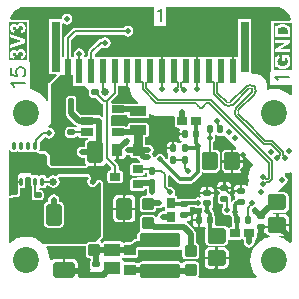
<source format=gbr>
%TF.GenerationSoftware,Altium Limited,Altium Designer,20.1.12 (249)*%
G04 Layer_Physical_Order=1*
G04 Layer_Color=255*
%FSLAX45Y45*%
%MOMM*%
%TF.SameCoordinates,27206DED-D720-4121-B7EB-46A740E941A3*%
%TF.FilePolarity,Positive*%
%TF.FileFunction,Copper,L1,Top,Signal*%
%TF.Part,Single*%
G01*
G75*
%TA.AperFunction,Conductor*%
%ADD10C,0.13014*%
%ADD11C,0.30000*%
%TA.AperFunction,SMDPad,CuDef*%
G04:AMPARAMS|DCode=12|XSize=1mm|YSize=1mm|CornerRadius=0.1mm|HoleSize=0mm|Usage=FLASHONLY|Rotation=0.000|XOffset=0mm|YOffset=0mm|HoleType=Round|Shape=RoundedRectangle|*
%AMROUNDEDRECTD12*
21,1,1.00000,0.80000,0,0,0.0*
21,1,0.80000,1.00000,0,0,0.0*
1,1,0.20000,0.40000,-0.40000*
1,1,0.20000,-0.40000,-0.40000*
1,1,0.20000,-0.40000,0.40000*
1,1,0.20000,0.40000,0.40000*
%
%ADD12ROUNDEDRECTD12*%
G04:AMPARAMS|DCode=13|XSize=3.4mm|YSize=1.2mm|CornerRadius=0.12mm|HoleSize=0mm|Usage=FLASHONLY|Rotation=180.000|XOffset=0mm|YOffset=0mm|HoleType=Round|Shape=RoundedRectangle|*
%AMROUNDEDRECTD13*
21,1,3.40000,0.96000,0,0,180.0*
21,1,3.16000,1.20000,0,0,180.0*
1,1,0.24000,-1.58000,0.48000*
1,1,0.24000,1.58000,0.48000*
1,1,0.24000,1.58000,-0.48000*
1,1,0.24000,-1.58000,-0.48000*
%
%ADD13ROUNDEDRECTD13*%
G04:AMPARAMS|DCode=14|XSize=1.1mm|YSize=1.4mm|CornerRadius=0.11mm|HoleSize=0mm|Usage=FLASHONLY|Rotation=90.000|XOffset=0mm|YOffset=0mm|HoleType=Round|Shape=RoundedRectangle|*
%AMROUNDEDRECTD14*
21,1,1.10000,1.18000,0,0,90.0*
21,1,0.88000,1.40000,0,0,90.0*
1,1,0.22000,0.59000,0.44000*
1,1,0.22000,0.59000,-0.44000*
1,1,0.22000,-0.59000,-0.44000*
1,1,0.22000,-0.59000,0.44000*
%
%ADD14ROUNDEDRECTD14*%
G04:AMPARAMS|DCode=15|XSize=1.3mm|YSize=1.5mm|CornerRadius=0.13mm|HoleSize=0mm|Usage=FLASHONLY|Rotation=90.000|XOffset=0mm|YOffset=0mm|HoleType=Round|Shape=RoundedRectangle|*
%AMROUNDEDRECTD15*
21,1,1.30000,1.24000,0,0,90.0*
21,1,1.04000,1.50000,0,0,90.0*
1,1,0.26000,0.62000,0.52000*
1,1,0.26000,0.62000,-0.52000*
1,1,0.26000,-0.62000,-0.52000*
1,1,0.26000,-0.62000,0.52000*
%
%ADD15ROUNDEDRECTD15*%
G04:AMPARAMS|DCode=16|XSize=0.9mm|YSize=1mm|CornerRadius=0.09mm|HoleSize=0mm|Usage=FLASHONLY|Rotation=0.000|XOffset=0mm|YOffset=0mm|HoleType=Round|Shape=RoundedRectangle|*
%AMROUNDEDRECTD16*
21,1,0.90000,0.82000,0,0,0.0*
21,1,0.72000,1.00000,0,0,0.0*
1,1,0.18000,0.36000,-0.41000*
1,1,0.18000,-0.36000,-0.41000*
1,1,0.18000,-0.36000,0.41000*
1,1,0.18000,0.36000,0.41000*
%
%ADD16ROUNDEDRECTD16*%
G04:AMPARAMS|DCode=17|XSize=1.8mm|YSize=1.3mm|CornerRadius=0.13mm|HoleSize=0mm|Usage=FLASHONLY|Rotation=270.000|XOffset=0mm|YOffset=0mm|HoleType=Round|Shape=RoundedRectangle|*
%AMROUNDEDRECTD17*
21,1,1.80000,1.04000,0,0,270.0*
21,1,1.54000,1.30000,0,0,270.0*
1,1,0.26000,-0.52000,-0.77000*
1,1,0.26000,-0.52000,0.77000*
1,1,0.26000,0.52000,0.77000*
1,1,0.26000,0.52000,-0.77000*
%
%ADD17ROUNDEDRECTD17*%
%ADD18R,0.60000X2.00000*%
%ADD19R,0.70000X4.20000*%
G04:AMPARAMS|DCode=20|XSize=0.7mm|YSize=0.85mm|CornerRadius=0.07mm|HoleSize=0mm|Usage=FLASHONLY|Rotation=0.000|XOffset=0mm|YOffset=0mm|HoleType=Round|Shape=RoundedRectangle|*
%AMROUNDEDRECTD20*
21,1,0.70000,0.71000,0,0,0.0*
21,1,0.56000,0.85000,0,0,0.0*
1,1,0.14000,0.28000,-0.35500*
1,1,0.14000,-0.28000,-0.35500*
1,1,0.14000,-0.28000,0.35500*
1,1,0.14000,0.28000,0.35500*
%
%ADD20ROUNDEDRECTD20*%
G04:AMPARAMS|DCode=21|XSize=0.8mm|YSize=1.4mm|CornerRadius=0.04mm|HoleSize=0mm|Usage=FLASHONLY|Rotation=270.000|XOffset=0mm|YOffset=0mm|HoleType=Round|Shape=RoundedRectangle|*
%AMROUNDEDRECTD21*
21,1,0.80000,1.32000,0,0,270.0*
21,1,0.72000,1.40000,0,0,270.0*
1,1,0.08000,-0.66000,-0.36000*
1,1,0.08000,-0.66000,0.36000*
1,1,0.08000,0.66000,0.36000*
1,1,0.08000,0.66000,-0.36000*
%
%ADD21ROUNDEDRECTD21*%
G04:AMPARAMS|DCode=22|XSize=1mm|YSize=0.9mm|CornerRadius=0.09mm|HoleSize=0mm|Usage=FLASHONLY|Rotation=180.000|XOffset=0mm|YOffset=0mm|HoleType=Round|Shape=RoundedRectangle|*
%AMROUNDEDRECTD22*
21,1,1.00000,0.72000,0,0,180.0*
21,1,0.82000,0.90000,0,0,180.0*
1,1,0.18000,-0.41000,0.36000*
1,1,0.18000,0.41000,0.36000*
1,1,0.18000,0.41000,-0.36000*
1,1,0.18000,-0.41000,-0.36000*
%
%ADD22ROUNDEDRECTD22*%
%ADD23C,0.63500*%
G04:AMPARAMS|DCode=24|XSize=0.65mm|YSize=0.3mm|CornerRadius=0.045mm|HoleSize=0mm|Usage=FLASHONLY|Rotation=90.000|XOffset=0mm|YOffset=0mm|HoleType=Round|Shape=RoundedRectangle|*
%AMROUNDEDRECTD24*
21,1,0.65000,0.21000,0,0,90.0*
21,1,0.56000,0.30000,0,0,90.0*
1,1,0.09000,0.10500,0.28000*
1,1,0.09000,0.10500,-0.28000*
1,1,0.09000,-0.10500,-0.28000*
1,1,0.09000,-0.10500,0.28000*
%
%ADD24ROUNDEDRECTD24*%
G04:AMPARAMS|DCode=25|XSize=0.7mm|YSize=2.9mm|CornerRadius=0.07mm|HoleSize=0mm|Usage=FLASHONLY|Rotation=90.000|XOffset=0mm|YOffset=0mm|HoleType=Round|Shape=RoundedRectangle|*
%AMROUNDEDRECTD25*
21,1,0.70000,2.76000,0,0,90.0*
21,1,0.56000,2.90000,0,0,90.0*
1,1,0.14000,1.38000,0.28000*
1,1,0.14000,1.38000,-0.28000*
1,1,0.14000,-1.38000,-0.28000*
1,1,0.14000,-1.38000,0.28000*
%
%ADD25ROUNDEDRECTD25*%
G04:AMPARAMS|DCode=26|XSize=0.7mm|YSize=0.9mm|CornerRadius=0.0875mm|HoleSize=0mm|Usage=FLASHONLY|Rotation=90.000|XOffset=0mm|YOffset=0mm|HoleType=Round|Shape=RoundedRectangle|*
%AMROUNDEDRECTD26*
21,1,0.70000,0.72500,0,0,90.0*
21,1,0.52500,0.90000,0,0,90.0*
1,1,0.17500,0.36250,0.26250*
1,1,0.17500,0.36250,-0.26250*
1,1,0.17500,-0.36250,-0.26250*
1,1,0.17500,-0.36250,0.26250*
%
%ADD26ROUNDEDRECTD26*%
G04:AMPARAMS|DCode=27|XSize=0.5mm|YSize=0.65mm|CornerRadius=0.05mm|HoleSize=0mm|Usage=FLASHONLY|Rotation=180.000|XOffset=0mm|YOffset=0mm|HoleType=Round|Shape=RoundedRectangle|*
%AMROUNDEDRECTD27*
21,1,0.50000,0.55000,0,0,180.0*
21,1,0.40000,0.65000,0,0,180.0*
1,1,0.10000,-0.20000,0.27500*
1,1,0.10000,0.20000,0.27500*
1,1,0.10000,0.20000,-0.27500*
1,1,0.10000,-0.20000,-0.27500*
%
%ADD27ROUNDEDRECTD27*%
G04:AMPARAMS|DCode=28|XSize=0.6mm|YSize=1.1mm|CornerRadius=0.06mm|HoleSize=0mm|Usage=FLASHONLY|Rotation=90.000|XOffset=0mm|YOffset=0mm|HoleType=Round|Shape=RoundedRectangle|*
%AMROUNDEDRECTD28*
21,1,0.60000,0.98000,0,0,90.0*
21,1,0.48000,1.10000,0,0,90.0*
1,1,0.12000,0.49000,0.24000*
1,1,0.12000,0.49000,-0.24000*
1,1,0.12000,-0.49000,-0.24000*
1,1,0.12000,-0.49000,0.24000*
%
%ADD28ROUNDEDRECTD28*%
G04:AMPARAMS|DCode=29|XSize=0.6mm|YSize=0.5mm|CornerRadius=0.05mm|HoleSize=0mm|Usage=FLASHONLY|Rotation=270.000|XOffset=0mm|YOffset=0mm|HoleType=Round|Shape=RoundedRectangle|*
%AMROUNDEDRECTD29*
21,1,0.60000,0.40000,0,0,270.0*
21,1,0.50000,0.50000,0,0,270.0*
1,1,0.10000,-0.20000,-0.25000*
1,1,0.10000,-0.20000,0.25000*
1,1,0.10000,0.20000,0.25000*
1,1,0.10000,0.20000,-0.25000*
%
%ADD29ROUNDEDRECTD29*%
G04:AMPARAMS|DCode=30|XSize=0.6mm|YSize=0.5mm|CornerRadius=0.05mm|HoleSize=0mm|Usage=FLASHONLY|Rotation=180.000|XOffset=0mm|YOffset=0mm|HoleType=Round|Shape=RoundedRectangle|*
%AMROUNDEDRECTD30*
21,1,0.60000,0.40000,0,0,180.0*
21,1,0.50000,0.50000,0,0,180.0*
1,1,0.10000,-0.25000,0.20000*
1,1,0.10000,0.25000,0.20000*
1,1,0.10000,0.25000,-0.20000*
1,1,0.10000,-0.25000,-0.20000*
%
%ADD30ROUNDEDRECTD30*%
G04:AMPARAMS|DCode=31|XSize=1.3mm|YSize=1.5mm|CornerRadius=0.13mm|HoleSize=0mm|Usage=FLASHONLY|Rotation=180.000|XOffset=0mm|YOffset=0mm|HoleType=Round|Shape=RoundedRectangle|*
%AMROUNDEDRECTD31*
21,1,1.30000,1.24000,0,0,180.0*
21,1,1.04000,1.50000,0,0,180.0*
1,1,0.26000,-0.52000,0.62000*
1,1,0.26000,0.52000,0.62000*
1,1,0.26000,0.52000,-0.62000*
1,1,0.26000,-0.52000,-0.62000*
%
%ADD31ROUNDEDRECTD31*%
G04:AMPARAMS|DCode=32|XSize=0.5mm|YSize=0.65mm|CornerRadius=0.05mm|HoleSize=0mm|Usage=FLASHONLY|Rotation=90.000|XOffset=0mm|YOffset=0mm|HoleType=Round|Shape=RoundedRectangle|*
%AMROUNDEDRECTD32*
21,1,0.50000,0.55000,0,0,90.0*
21,1,0.40000,0.65000,0,0,90.0*
1,1,0.10000,0.27500,0.20000*
1,1,0.10000,0.27500,-0.20000*
1,1,0.10000,-0.27500,-0.20000*
1,1,0.10000,-0.27500,0.20000*
%
%ADD32ROUNDEDRECTD32*%
G04:AMPARAMS|DCode=33|XSize=1.8mm|YSize=1.3mm|CornerRadius=0.13mm|HoleSize=0mm|Usage=FLASHONLY|Rotation=180.000|XOffset=0mm|YOffset=0mm|HoleType=Round|Shape=RoundedRectangle|*
%AMROUNDEDRECTD33*
21,1,1.80000,1.04000,0,0,180.0*
21,1,1.54000,1.30000,0,0,180.0*
1,1,0.26000,-0.77000,0.52000*
1,1,0.26000,0.77000,0.52000*
1,1,0.26000,0.77000,-0.52000*
1,1,0.26000,-0.77000,-0.52000*
%
%ADD33ROUNDEDRECTD33*%
G04:AMPARAMS|DCode=34|XSize=0.7mm|YSize=0.85mm|CornerRadius=0.07mm|HoleSize=0mm|Usage=FLASHONLY|Rotation=90.000|XOffset=0mm|YOffset=0mm|HoleType=Round|Shape=RoundedRectangle|*
%AMROUNDEDRECTD34*
21,1,0.70000,0.71000,0,0,90.0*
21,1,0.56000,0.85000,0,0,90.0*
1,1,0.14000,0.35500,0.28000*
1,1,0.14000,0.35500,-0.28000*
1,1,0.14000,-0.35500,-0.28000*
1,1,0.14000,-0.35500,0.28000*
%
%ADD34ROUNDEDRECTD34*%
%TA.AperFunction,Conductor*%
%ADD35C,0.20000*%
%ADD36C,0.50000*%
%ADD37C,0.80000*%
%TA.AperFunction,NonConductor*%
%ADD38C,0.20000*%
%TA.AperFunction,WasherPad*%
%ADD39C,2.20000*%
%TA.AperFunction,ViaPad*%
%ADD40C,0.50000*%
G36*
X2343467Y2343295D02*
X2370588Y2332061D01*
X2394996Y2315753D01*
X2415752Y2294997D01*
X2432061Y2270588D01*
X2443295Y2243467D01*
X2444050Y2239673D01*
X2435993Y2229855D01*
X2275057D01*
Y1793565D01*
X2267526D01*
Y1685000D01*
X2449022D01*
Y1602859D01*
X2436322Y1596852D01*
X2411652Y1617098D01*
X2376907Y1635670D01*
X2339207Y1647106D01*
X2300000Y1650967D01*
X2260793Y1647106D01*
X2248706Y1643439D01*
X2239022Y1651656D01*
X2241003Y1666699D01*
Y1667180D01*
X2241003Y1667182D01*
X2237342Y1694986D01*
X2226610Y1720895D01*
X2209538Y1743144D01*
X2209537Y1743145D01*
X2202007Y1750676D01*
X2179758Y1767748D01*
X2153849Y1778480D01*
X2139947Y1780310D01*
X2126045Y1782140D01*
X2126043Y1782140D01*
X2125562D01*
X2117700Y1781105D01*
X2105000Y1792243D01*
Y2240000D01*
X1995000D01*
Y1925400D01*
X1894600D01*
Y1920000D01*
X1812700D01*
X1800001Y1920000D01*
Y1920000D01*
X1799999D01*
Y1920000D01*
X1705400D01*
Y1925400D01*
X1594600D01*
Y1920000D01*
X1405400D01*
Y1925400D01*
X1294600D01*
Y1920000D01*
X1212700D01*
X1200001Y1920000D01*
Y1920000D01*
X1199999D01*
Y1920000D01*
X1105400D01*
Y1925400D01*
X994600D01*
Y1920000D01*
X912700D01*
X900001Y1920000D01*
Y1920000D01*
X899999D01*
Y1920000D01*
X812700D01*
X800001Y1920000D01*
Y1920000D01*
X799999D01*
Y1920000D01*
X780588D01*
Y1949829D01*
X839510Y2008752D01*
X852442Y2000111D01*
X870000Y1996618D01*
X887558Y2000111D01*
X902443Y2010056D01*
X912389Y2024942D01*
X915882Y2042500D01*
X912389Y2060058D01*
X902443Y2074943D01*
X887558Y2084889D01*
X870000Y2088381D01*
X852442Y2084889D01*
X837557Y2074943D01*
X836317Y2073087D01*
X830000D01*
X818295Y2070759D01*
X808371Y2064128D01*
X728371Y1984128D01*
X721741Y1974205D01*
X719412Y1962500D01*
X719412Y1962498D01*
Y1928980D01*
X710432Y1920000D01*
X700000Y1920000D01*
D01*
X700000D01*
X693548Y1928156D01*
X691995Y1930401D01*
X692440Y1932700D01*
X695882Y1950000D01*
X692389Y1967558D01*
X682443Y1982443D01*
X667558Y1992389D01*
X650000Y1995881D01*
X632442Y1992389D01*
X617557Y1982443D01*
X607611Y1967558D01*
X604118Y1950000D01*
X607560Y1932700D01*
X608005Y1930401D01*
X606452Y1928156D01*
X600000Y1920000D01*
X600000D01*
X599999Y1920000D01*
X580588D01*
Y2067330D01*
X622670Y2109412D01*
X1028817D01*
X1030057Y2107557D01*
X1044942Y2097611D01*
X1062500Y2094118D01*
X1080058Y2097611D01*
X1094943Y2107557D01*
X1104889Y2122442D01*
X1108382Y2140000D01*
X1104889Y2157558D01*
X1094943Y2172443D01*
X1080058Y2182389D01*
X1062500Y2185882D01*
X1044942Y2182389D01*
X1030057Y2172443D01*
X1028817Y2170588D01*
X610001D01*
X610000Y2170588D01*
X598295Y2168259D01*
X588371Y2161629D01*
X528371Y2101629D01*
X521741Y2091705D01*
X519412Y2080000D01*
X519412Y2079999D01*
Y1920000D01*
X505000D01*
Y2200247D01*
X517700Y2206620D01*
X527442Y2200111D01*
X545000Y2196618D01*
X562558Y2200111D01*
X577443Y2210057D01*
X587389Y2224942D01*
X590881Y2242500D01*
X587389Y2260058D01*
X577443Y2274943D01*
X562558Y2284889D01*
X545000Y2288382D01*
X527442Y2284889D01*
X512557Y2274943D01*
X502611Y2260058D01*
X499118Y2242500D01*
X497067Y2240000D01*
X395000D01*
Y1780000D01*
X452068D01*
X456928Y1768267D01*
X393081Y1704420D01*
X388660Y1697804D01*
X387108Y1690000D01*
Y1551157D01*
X374408Y1547976D01*
X367099Y1561651D01*
X342106Y1592106D01*
X311652Y1617098D01*
X276907Y1635670D01*
X239207Y1647106D01*
X232500Y1647767D01*
Y1877964D01*
X225000D01*
Y2238856D01*
X68541D01*
X60056Y2251557D01*
X67939Y2270588D01*
X84247Y2294996D01*
X105003Y2315752D01*
X129412Y2332061D01*
X156533Y2343295D01*
X185322Y2349022D01*
X1280000D01*
Y2187500D01*
X1383804D01*
Y2349022D01*
X2314677D01*
X2343467Y2343295D01*
D02*
G37*
G36*
X994600Y1674600D02*
X1058261D01*
X1074038Y1654038D01*
X1079717Y1648359D01*
Y1647428D01*
X1079717Y1647426D01*
X1081547Y1633524D01*
X1083377Y1619622D01*
X1094109Y1593713D01*
X1111181Y1571464D01*
X1147942Y1534703D01*
X1143082Y1522970D01*
X1134569D01*
X1132500Y1523382D01*
X1038051D01*
X1034145Y1525991D01*
X1024000Y1528009D01*
X926000D01*
X915588Y1538887D01*
Y1539830D01*
X971628Y1595871D01*
X971629Y1595871D01*
X978259Y1605795D01*
X980588Y1617500D01*
X980588Y1617501D01*
Y1680000D01*
X994600D01*
Y1674600D01*
D02*
G37*
G36*
X600000Y1772500D02*
Y1680000D01*
X699999D01*
X700000Y1679999D01*
X700000D01*
X700001D01*
X735006Y1644994D01*
X734510Y1642500D01*
Y1602500D01*
X736451Y1592745D01*
X741976Y1584476D01*
X750246Y1578950D01*
X760000Y1577010D01*
X787232D01*
X833370Y1530872D01*
X833371Y1530871D01*
X843294Y1524241D01*
X854412Y1522029D01*
Y1421891D01*
X841712Y1417102D01*
X830058Y1424889D01*
X812500Y1428381D01*
X778051D01*
X774145Y1430991D01*
X764000Y1433009D01*
X666000D01*
X660476Y1431910D01*
X625881Y1466505D01*
Y1537500D01*
X625489Y1539470D01*
Y1565000D01*
X623549Y1574755D01*
X618024Y1583024D01*
X609754Y1588550D01*
X600000Y1590490D01*
X560000D01*
X550246Y1588550D01*
X541976Y1583024D01*
X536451Y1574755D01*
X534510Y1565000D01*
Y1539470D01*
X534118Y1537500D01*
Y1447500D01*
X537611Y1429942D01*
X547557Y1415057D01*
X612557Y1350057D01*
X627442Y1340111D01*
X628579Y1339885D01*
X634050Y1327728D01*
X620638Y1326289D01*
X617254Y1328550D01*
X607500Y1330490D01*
X557500D01*
X547746Y1328550D01*
X539476Y1323024D01*
X533951Y1314755D01*
X532010Y1305000D01*
Y1265000D01*
X533951Y1255246D01*
X539476Y1246976D01*
X547746Y1241451D01*
X557500Y1239511D01*
X607500D01*
X617254Y1241451D01*
X625524Y1246976D01*
X628845Y1251946D01*
X636267Y1252772D01*
X642076Y1252506D01*
X647255Y1244755D01*
X655855Y1239009D01*
X666000Y1236991D01*
X719939D01*
X721190Y1224291D01*
X715125Y1223084D01*
X704209Y1215791D01*
X696915Y1204875D01*
X694354Y1191999D01*
Y1160881D01*
X672501D01*
X654943Y1157388D01*
X640058Y1147442D01*
X630112Y1132557D01*
X626619Y1114999D01*
X630112Y1097441D01*
X640058Y1082556D01*
X654943Y1072610D01*
X672501Y1069118D01*
X694354D01*
Y1037999D01*
X696915Y1025123D01*
X704209Y1014208D01*
X706465Y1012700D01*
X702613Y1000000D01*
X417500D01*
X400000Y1017500D01*
Y1090000D01*
X367500Y1122500D01*
X318040D01*
X310774Y1134485D01*
X311078Y1134941D01*
X312980Y1144500D01*
Y1177380D01*
X312983Y1177395D01*
Y1202225D01*
X350734Y1239976D01*
X362557Y1245057D01*
X377442Y1235111D01*
X395000Y1231619D01*
X412558Y1235111D01*
X427443Y1245057D01*
X437389Y1259942D01*
X440882Y1277500D01*
X437389Y1295058D01*
X427443Y1309943D01*
X412558Y1319889D01*
X395000Y1323382D01*
X390434Y1322473D01*
X384178Y1334178D01*
X407500Y1357500D01*
Y1690000D01*
X490000Y1772500D01*
X600000Y1772500D01*
D02*
G37*
G36*
X1274622Y1428378D02*
X1302425Y1424717D01*
X1449586D01*
X1458270Y1412017D01*
X1457471Y1408000D01*
Y1352000D01*
X1459567Y1341465D01*
X1465534Y1332534D01*
X1474465Y1326566D01*
X1485000Y1324471D01*
X1495769D01*
X1502144Y1311771D01*
X1498864Y1306861D01*
X1496505Y1295000D01*
Y1277500D01*
X1547500D01*
Y1257500D01*
X1496505D01*
Y1240000D01*
X1498864Y1228138D01*
X1505583Y1218083D01*
X1514820Y1211911D01*
X1515230Y1208480D01*
X1513854Y1198770D01*
X1512746Y1198549D01*
X1504476Y1193024D01*
X1502803Y1190520D01*
X1501472Y1190103D01*
X1488262Y1191162D01*
X1484417Y1196917D01*
X1474362Y1203636D01*
X1462500Y1205995D01*
X1452501D01*
Y1150000D01*
X1442501D01*
Y1140000D01*
X1391505D01*
Y1125000D01*
X1393864Y1113138D01*
X1399376Y1104889D01*
X1404476Y1093023D01*
X1398951Y1084754D01*
X1397011Y1074999D01*
Y1061142D01*
X1385106Y1055629D01*
X1377156Y1061162D01*
X1374889Y1072558D01*
X1364943Y1087443D01*
X1350058Y1097389D01*
X1332500Y1100881D01*
X1314942Y1097389D01*
X1300057Y1087443D01*
X1290460Y1073081D01*
X1287727Y1073089D01*
X1277826Y1075292D01*
X1274889Y1090058D01*
X1265740Y1103750D01*
X1274889Y1117442D01*
X1278381Y1135000D01*
X1274889Y1152558D01*
X1264943Y1167443D01*
X1250058Y1177389D01*
X1232500Y1180881D01*
X1208676D01*
Y1242030D01*
X1213500D01*
X1222864Y1243892D01*
X1230803Y1249197D01*
X1236108Y1257136D01*
X1237970Y1266500D01*
Y1338500D01*
X1236108Y1347864D01*
X1230803Y1355803D01*
X1222864Y1361107D01*
X1213500Y1362970D01*
X1151046D01*
X1147500Y1363675D01*
X1143954Y1362970D01*
X1081500D01*
X1072136Y1361107D01*
X1064197Y1355803D01*
X1058893Y1347864D01*
X1057030Y1338500D01*
Y1333382D01*
X1038051D01*
X1034145Y1335991D01*
X1024000Y1338009D01*
X926000D01*
X915588Y1348887D01*
Y1416113D01*
X926000Y1426991D01*
X1024000D01*
X1034145Y1429009D01*
X1038051Y1431618D01*
X1057030D01*
Y1426500D01*
X1058893Y1417136D01*
X1064197Y1409197D01*
X1072136Y1403893D01*
X1081500Y1402030D01*
X1213500D01*
X1222864Y1403893D01*
X1230803Y1409197D01*
X1236108Y1417136D01*
X1237970Y1426500D01*
Y1431345D01*
X1243841Y1435589D01*
X1250670Y1438299D01*
X1274622Y1428378D01*
D02*
G37*
G36*
X1802390Y1264375D02*
X1810638Y1258864D01*
X1822500Y1256504D01*
X1862500D01*
X1871793Y1258353D01*
X1979760Y1150386D01*
X1974900Y1138652D01*
X1955000D01*
Y1047500D01*
X2036152D01*
Y1077399D01*
X2047886Y1082259D01*
X2117609Y1012537D01*
X2116778Y999864D01*
X2115849Y999151D01*
X2095813Y973039D01*
X2083217Y942631D01*
X2078921Y910000D01*
X2083200Y877500D01*
X2078921Y845000D01*
X2080674Y831689D01*
X2068469Y827095D01*
X2066918Y829417D01*
X2056862Y836136D01*
X2045000Y838495D01*
X2027500D01*
Y787499D01*
X2017500D01*
Y777499D01*
X1959005D01*
Y767500D01*
X1961364Y755638D01*
X1966876Y747390D01*
X1971976Y735523D01*
X1966451Y727254D01*
X1964511Y717500D01*
Y714432D01*
X1954486Y707733D01*
X1942770Y696018D01*
X1941887Y694696D01*
X1929923Y699651D01*
X1930490Y702500D01*
Y742500D01*
X1928550Y752254D01*
X1923024Y760523D01*
X1928125Y772390D01*
X1933637Y780638D01*
X1935996Y792500D01*
Y802499D01*
X1877500D01*
X1819005D01*
Y792500D01*
X1821364Y780638D01*
X1826876Y772390D01*
X1831977Y760523D01*
X1826451Y752254D01*
X1824511Y742500D01*
Y702500D01*
X1826451Y692746D01*
X1831977Y684476D01*
X1840246Y678951D01*
X1850000Y677010D01*
X1866173D01*
Y652879D01*
X1860111Y643808D01*
X1856619Y626250D01*
X1860111Y608692D01*
X1870057Y593807D01*
X1884942Y583861D01*
X1902500Y580368D01*
X1920058Y583861D01*
X1926476Y588149D01*
X1934872Y575583D01*
X1935328Y574483D01*
X1939314Y569288D01*
Y550000D01*
X1939510Y549014D01*
Y512500D01*
X1941451Y502746D01*
X1944469Y498229D01*
X1939581Y486341D01*
X1938843Y485529D01*
X1936000D01*
X1925465Y483433D01*
X1916534Y477466D01*
X1916044Y477326D01*
X1902073Y478683D01*
X1897774Y485116D01*
X1886859Y492409D01*
X1873983Y494970D01*
X1807466D01*
X1799529Y507671D01*
X1800490Y512500D01*
Y567500D01*
X1798550Y577254D01*
X1793024Y585524D01*
X1790686Y587086D01*
Y594426D01*
X1787969Y608083D01*
X1780234Y619660D01*
X1778006Y621888D01*
X1774889Y637558D01*
X1772661Y640893D01*
X1778024Y644476D01*
X1783550Y652745D01*
X1785490Y662500D01*
Y702500D01*
X1783550Y712254D01*
X1778024Y720523D01*
X1783125Y732390D01*
X1788637Y740638D01*
X1790996Y752500D01*
Y762500D01*
X1732500D01*
X1674005D01*
Y752500D01*
X1676176Y741583D01*
X1673319Y737239D01*
X1667615Y730872D01*
X1655000Y733381D01*
X1637442Y729889D01*
X1627410Y723185D01*
X1550000D01*
X1536447Y720490D01*
X1510000D01*
X1500246Y718549D01*
X1495729Y715531D01*
X1483841Y720419D01*
X1483029Y721157D01*
Y721500D01*
X1480934Y732035D01*
X1474966Y740966D01*
X1466035Y746933D01*
X1465688Y747002D01*
X1463506Y749747D01*
X1458186Y761444D01*
X1460882Y775000D01*
X1457390Y792558D01*
X1447444Y807443D01*
X1432558Y817389D01*
X1415000Y820881D01*
X1412812Y820446D01*
X1403088Y830170D01*
Y915984D01*
X1415788Y921245D01*
X1477266Y859766D01*
X1488844Y852031D01*
X1502500Y849314D01*
X1592500D01*
X1606156Y852031D01*
X1617734Y859766D01*
X1680234Y922267D01*
X1687401Y932993D01*
X1687970Y933844D01*
X1689814Y943115D01*
X1690124Y944415D01*
X1690124Y944415D01*
X1703000Y941854D01*
X1807000D01*
X1819876Y944415D01*
X1830792Y951709D01*
X1838085Y962624D01*
X1840646Y975500D01*
Y1099500D01*
X1838085Y1112376D01*
X1830792Y1123292D01*
X1819876Y1130585D01*
X1807000Y1133146D01*
X1785588D01*
Y1201021D01*
X1794889Y1214941D01*
X1798382Y1232499D01*
X1794889Y1250057D01*
X1791404Y1255274D01*
X1799874Y1265457D01*
X1802390Y1264375D01*
D02*
G37*
G36*
X725120Y906660D02*
X728291Y897300D01*
X720111Y885058D01*
X716619Y867500D01*
X720111Y849942D01*
X730057Y835057D01*
X744942Y825111D01*
X762500Y821619D01*
X780058Y825111D01*
X794943Y835057D01*
X804889Y849942D01*
X806500Y858039D01*
X820280Y862219D01*
X830000Y852499D01*
X829999Y402499D01*
X785588Y358088D01*
X737500D01*
X725795Y355759D01*
X715871Y349129D01*
X711442Y342499D01*
X341626Y342500D01*
X311652Y367099D01*
X276907Y385670D01*
X239207Y397106D01*
X200000Y400968D01*
X160793Y397106D01*
X123093Y385670D01*
X88349Y367099D01*
X63678Y346852D01*
X50978Y352859D01*
Y724608D01*
X63424D01*
X65393Y725000D01*
X67403D01*
X69259Y725769D01*
X71228Y726160D01*
X72897Y727276D01*
X74754Y728045D01*
X76174Y729465D01*
X77844Y730581D01*
X78907Y732173D01*
X87899Y738181D01*
X88773Y738354D01*
X97500Y736619D01*
X106227Y738354D01*
X108435Y737915D01*
X108737Y737790D01*
X111380Y736377D01*
X112388Y736278D01*
X113322Y735891D01*
X116316D01*
X119298Y735597D01*
X120267Y735891D01*
X121279D01*
X124047Y737038D01*
X126912Y737907D01*
X139613Y744696D01*
X141928Y746596D01*
X144419Y748260D01*
X144981Y749102D01*
X145763Y749743D01*
X147175Y752386D01*
X148839Y754876D01*
X149037Y755868D01*
X149514Y756760D01*
X149808Y759743D01*
X150392Y762680D01*
Y814520D01*
X168000D01*
X177559Y816421D01*
X185664Y821836D01*
X191079Y829940D01*
X192980Y839500D01*
Y895500D01*
X192622Y897300D01*
X201889Y910000D01*
X233111D01*
X242378Y897300D01*
X242020Y895500D01*
Y839500D01*
X243921Y829940D01*
X246912Y825464D01*
Y779217D01*
X246912Y779216D01*
X246912Y779213D01*
Y767501D01*
X246912Y767500D01*
X247010Y767006D01*
Y732500D01*
X248951Y722746D01*
X254476Y714476D01*
X262746Y708951D01*
X272500Y707011D01*
X322500D01*
X332254Y708951D01*
X340524Y714476D01*
X346049Y722746D01*
X347990Y732500D01*
Y772500D01*
X346049Y782254D01*
X340524Y790524D01*
X332254Y796049D01*
X322500Y797990D01*
X316226D01*
X312222Y807367D01*
X322460Y815423D01*
X327000Y814520D01*
X348000D01*
X357559Y816421D01*
X365663Y821836D01*
X371079Y829940D01*
X372465Y836912D01*
X388199D01*
X392690Y830190D01*
X409808Y818752D01*
X430000Y814736D01*
X450192Y818752D01*
X467310Y830190D01*
X478747Y847308D01*
X482764Y867500D01*
X478747Y887692D01*
X472327Y897300D01*
X479116Y910000D01*
X722665D01*
X725120Y906660D01*
D02*
G37*
G36*
X63921Y1134941D02*
X69336Y1126836D01*
X77441Y1121421D01*
X87000Y1119520D01*
X108000D01*
X117559Y1121421D01*
X125663Y1126836D01*
X129337D01*
X137441Y1121421D01*
X147000Y1119520D01*
X168000D01*
X177559Y1121421D01*
X185663Y1126836D01*
X189337D01*
X197441Y1121421D01*
X207000Y1119520D01*
X228000D01*
X237559Y1121421D01*
X245663Y1126836D01*
X249337D01*
X257440Y1121421D01*
X267000Y1119520D01*
X288000D01*
X295139Y1120940D01*
X300602Y1111928D01*
X302258Y1110120D01*
X303621Y1108081D01*
X304920Y1107212D01*
X305975Y1106060D01*
X308197Y1105023D01*
X310236Y1103660D01*
X311768Y1103355D01*
X313185Y1102694D01*
X315636Y1102586D01*
X318040Y1102108D01*
X359054D01*
X379608Y1081553D01*
Y1075000D01*
Y1017500D01*
X381160Y1009696D01*
X385581Y1003081D01*
X385581Y1003080D01*
X400268Y988394D01*
D01*
X403081Y985581D01*
X409696Y981160D01*
X417500Y979608D01*
X702613D01*
X703605Y979806D01*
X704612Y979706D01*
X707480Y980576D01*
X710416Y981160D01*
X711257Y981722D01*
X712226Y982016D01*
X714542Y983917D01*
X717032Y985581D01*
X717594Y986422D01*
X718376Y987064D01*
X719788Y989705D01*
X721452Y992196D01*
X721650Y993189D01*
X722127Y994081D01*
X723824Y999678D01*
X728001Y998847D01*
X770001D01*
Y1115000D01*
X790001D01*
Y998847D01*
X832000D01*
X846983Y1001827D01*
X859685Y1010314D01*
X866207Y1020075D01*
X880317Y1023926D01*
X921912Y982330D01*
Y963063D01*
X916250D01*
X905032Y960832D01*
X895522Y954478D01*
X889168Y944968D01*
X886937Y933750D01*
Y881250D01*
X889168Y870033D01*
X895522Y860523D01*
X905032Y854168D01*
X916250Y851937D01*
X988750D01*
X999968Y854168D01*
X1009478Y860523D01*
X1015832Y870033D01*
X1018063Y881250D01*
Y933750D01*
X1015832Y944968D01*
X1009478Y954478D01*
X999968Y960832D01*
X988750Y963063D01*
X983088D01*
Y995000D01*
X980759Y1006706D01*
X974129Y1016629D01*
X974128Y1016629D01*
X944532Y1046226D01*
X949792Y1058926D01*
X962500D01*
Y1135000D01*
X982500D01*
Y1058926D01*
X1008500D01*
X1021922Y1061596D01*
X1033301Y1069199D01*
X1040904Y1080578D01*
X1043265Y1092447D01*
X1060000Y1089118D01*
X1077903D01*
X1079182Y1082685D01*
X1085592Y1073092D01*
X1095185Y1066682D01*
X1106500Y1064432D01*
X1142134D01*
X1145057Y1060057D01*
X1164350Y1040763D01*
X1164113Y1037752D01*
X1160147Y1028063D01*
X1106250D01*
X1095033Y1025832D01*
X1085523Y1019478D01*
X1079168Y1009968D01*
X1076937Y998750D01*
Y946250D01*
X1079168Y935033D01*
X1085523Y925523D01*
X1095033Y919168D01*
X1106250Y916937D01*
X1178750D01*
X1189968Y919168D01*
X1199478Y925523D01*
X1205832Y935033D01*
X1206811Y939952D01*
X1219511Y938701D01*
Y932500D01*
X1221451Y922746D01*
X1225904Y916081D01*
X1224073Y909326D01*
X1220721Y903381D01*
X1147500D01*
X1129942Y899889D01*
X1127210Y898063D01*
X1106250D01*
X1095033Y895832D01*
X1085523Y889478D01*
X1079168Y879968D01*
X1076937Y868750D01*
Y816250D01*
X1079168Y805032D01*
X1085523Y795522D01*
X1095033Y789168D01*
X1106250Y786937D01*
X1178750D01*
X1189968Y789168D01*
X1199478Y795522D01*
X1205832Y805032D01*
X1206419Y807982D01*
X1219119Y806731D01*
Y775000D01*
X1221946Y760788D01*
X1214750Y748087D01*
X1192500D01*
X1180795Y745759D01*
X1170871Y739129D01*
X1164241Y729205D01*
X1161912Y717500D01*
Y637500D01*
X1164241Y625795D01*
X1170871Y615871D01*
X1180795Y609241D01*
X1192500Y606912D01*
X1272500D01*
X1284205Y609241D01*
X1294129Y615871D01*
X1300759Y625795D01*
X1303088Y637500D01*
Y641618D01*
X1327500D01*
X1345058Y645111D01*
X1359271Y654608D01*
X1363441Y653731D01*
X1371201Y650791D01*
X1372018Y650268D01*
X1374067Y639965D01*
X1376243Y636707D01*
X1378983Y627500D01*
X1376243Y618292D01*
X1374067Y615035D01*
X1374036Y614881D01*
X1358500D01*
X1340942Y611389D01*
X1326057Y601443D01*
X1316111Y586558D01*
X1313167Y571756D01*
X1302162Y569494D01*
X1300553Y569514D01*
X1294129Y579129D01*
X1284205Y585759D01*
X1272500Y588087D01*
X1192500D01*
X1180795Y585759D01*
X1170871Y579129D01*
X1164241Y569205D01*
X1161912Y557500D01*
Y477500D01*
X1164241Y465795D01*
X1166753Y462035D01*
X1162021Y448161D01*
X1161951Y448101D01*
X1151429Y441070D01*
X1144357Y430486D01*
X1141873Y418000D01*
Y385055D01*
X1134290D01*
X1116732Y381563D01*
X1101847Y371617D01*
X1083298Y353068D01*
X1039000D01*
X1027685Y350817D01*
X1011349Y353850D01*
X1001095Y360701D01*
X989000Y363107D01*
X871000D01*
X858905Y360701D01*
X850447Y355050D01*
X839129Y349129D01*
X829717Y355417D01*
X829170Y355900D01*
X825737Y369398D01*
X844419Y388080D01*
X848839Y394696D01*
X850391Y402499D01*
X850392Y852498D01*
X850392Y852499D01*
X848840Y860303D01*
X844419Y866919D01*
X844418Y866919D01*
X834699Y876638D01*
X832208Y878303D01*
X829893Y880203D01*
X828925Y880497D01*
X828084Y881059D01*
X825146Y881643D01*
X822279Y882513D01*
X821272Y882414D01*
X820280Y882611D01*
X817342Y882026D01*
X814361Y881733D01*
X800581Y877553D01*
X797940Y876142D01*
X795171Y874994D01*
X794455Y874279D01*
X793563Y873802D01*
X791663Y871487D01*
X789545Y869368D01*
X789157Y868433D01*
X788516Y867652D01*
X787646Y864785D01*
X786500Y862018D01*
X785681Y857899D01*
X780242Y849759D01*
X772101Y844320D01*
X762500Y842410D01*
X752899Y844320D01*
X744759Y849759D01*
X739320Y857899D01*
X737410Y867500D01*
X739320Y877101D01*
X745246Y885971D01*
X745758Y887207D01*
X746574Y888269D01*
X747268Y890853D01*
X748291Y893322D01*
Y894660D01*
X748638Y895954D01*
X748291Y898605D01*
Y901278D01*
X747779Y902515D01*
X747605Y903842D01*
X744434Y913202D01*
X742874Y915908D01*
X741551Y918737D01*
X739096Y922077D01*
X737948Y923126D01*
X737084Y924420D01*
X735039Y925786D01*
X733224Y927446D01*
X731762Y927976D01*
X730469Y928840D01*
X728057Y929320D01*
X725744Y930158D01*
X724190Y930089D01*
X722665Y930392D01*
X479116D01*
X476177Y929808D01*
X473196Y929514D01*
X472305Y929037D01*
X471312Y928840D01*
X468820Y927175D01*
X466179Y925763D01*
X465538Y924982D01*
X464697Y924420D01*
X463500Y922629D01*
X459816Y918658D01*
X450192Y916247D01*
X430000Y920264D01*
X409808Y916247D01*
X392690Y904810D01*
X388199Y898088D01*
X372465D01*
X371079Y905059D01*
X365663Y913164D01*
X357559Y918579D01*
X348000Y920480D01*
X327000D01*
X317441Y918579D01*
X309337Y913164D01*
X305663D01*
X297559Y918579D01*
X288000Y920480D01*
X267000D01*
X257441Y918579D01*
X247530Y924419D01*
X245513Y925767D01*
X243730Y927409D01*
X242236Y927956D01*
X240915Y928840D01*
X242351Y940000D01*
X145000Y940000D01*
X130000Y925000D01*
Y762680D01*
X117300Y755891D01*
X115058Y757389D01*
X97500Y760882D01*
X79942Y757389D01*
X65057Y747443D01*
X63424Y745000D01*
X50978D01*
Y1065684D01*
Y1074999D01*
Y1134912D01*
X63678Y1136163D01*
X63921Y1134941D01*
D02*
G37*
G36*
X2449022Y941683D02*
Y352859D01*
X2436322Y346852D01*
X2411652Y367099D01*
X2376907Y385670D01*
X2342367Y396148D01*
X2344251Y408848D01*
X2389500D01*
X2404483Y411828D01*
X2417185Y420315D01*
X2425672Y433017D01*
X2428652Y448000D01*
Y490001D01*
X2327500D01*
Y500001D01*
X2317500D01*
Y591152D01*
X2293986D01*
X2287198Y603852D01*
X2287376Y604118D01*
X2287500D01*
X2288684Y604354D01*
X2389500D01*
X2402376Y606915D01*
X2413292Y614208D01*
X2420585Y625124D01*
X2423147Y638000D01*
Y742000D01*
X2420585Y754876D01*
X2413292Y765791D01*
X2402376Y773085D01*
X2389500Y775646D01*
X2337699D01*
X2333617Y787672D01*
X2334932Y788681D01*
X2357617Y811367D01*
X2357618Y811368D01*
X2374176Y832947D01*
X2385058Y835111D01*
X2399944Y845057D01*
X2409890Y859942D01*
X2413382Y877500D01*
X2409890Y895058D01*
X2399944Y909944D01*
X2389083Y917201D01*
Y920612D01*
X2389083Y920614D01*
X2388782Y922898D01*
Y935661D01*
X2392500Y938921D01*
X2425132Y943217D01*
X2438462Y948739D01*
X2449022Y941683D01*
D02*
G37*
G36*
X1637442Y645111D02*
X1655000Y641618D01*
X1672558Y645111D01*
X1682233Y651575D01*
X1686976Y644476D01*
X1692339Y640893D01*
X1690111Y637558D01*
X1686618Y620000D01*
X1688457Y610757D01*
X1687914Y608830D01*
X1678636Y598496D01*
X1675001D01*
Y540000D01*
Y481504D01*
X1685000D01*
X1696862Y483864D01*
X1705110Y489375D01*
X1705173Y489402D01*
X1717329Y483859D01*
X1719106Y474511D01*
X1718898Y474200D01*
X1716337Y461324D01*
Y357324D01*
X1718898Y344448D01*
X1726191Y333532D01*
X1737107Y326239D01*
X1749983Y323678D01*
X1873983D01*
X1886859Y326239D01*
X1897774Y333532D01*
X1905068Y344448D01*
X1907629Y357324D01*
Y374372D01*
X1908364Y375046D01*
X1920329Y379998D01*
X1925465Y376566D01*
X1936000Y374471D01*
X2007000D01*
X2017535Y376566D01*
X2020793Y378743D01*
X2030000Y381482D01*
X2039208Y378743D01*
X2042465Y376566D01*
X2042619Y376536D01*
Y354000D01*
X2046111Y336442D01*
X2056057Y321557D01*
X2070942Y311611D01*
X2088500Y308118D01*
X2106058Y311611D01*
X2120943Y321557D01*
X2130889Y336442D01*
X2134382Y354000D01*
Y376536D01*
X2134535Y376566D01*
X2143466Y382534D01*
X2149434Y391465D01*
X2151529Y402000D01*
Y429105D01*
X2157500Y434004D01*
X2175000D01*
Y485000D01*
X2195000D01*
Y434004D01*
X2212500D01*
X2216043Y434709D01*
X2227337Y433270D01*
X2233305Y427065D01*
X2237815Y420315D01*
X2250517Y411828D01*
X2260511Y409840D01*
X2260793Y397106D01*
X2223093Y385670D01*
X2188348Y367099D01*
X2157894Y342106D01*
X2132901Y311652D01*
X2114330Y276907D01*
X2102894Y239207D01*
X2099032Y200000D01*
X2102894Y160793D01*
X2114330Y123093D01*
X2132901Y88349D01*
X2153148Y63678D01*
X2147141Y50978D01*
X1662253D01*
X1656373Y63678D01*
X1659964Y69054D01*
X1662293Y80759D01*
Y160759D01*
X1659964Y172464D01*
X1653334Y182388D01*
X1643410Y189018D01*
X1631705Y191347D01*
X1551705D01*
X1540000Y189018D01*
X1530076Y182388D01*
X1529021Y180807D01*
X1513746D01*
X1513571Y181071D01*
X1502986Y188143D01*
X1490500Y190627D01*
X1174500D01*
X1162014Y188143D01*
X1151430Y181071D01*
X1134853Y179122D01*
X1132315Y180818D01*
X1121000Y183068D01*
X1039000D01*
X1038363Y182941D01*
X1023940Y192427D01*
X1023288Y195702D01*
X1015243Y207743D01*
X1013822Y208692D01*
X1014358Y221709D01*
X1027685Y224183D01*
X1039000Y221932D01*
X1121000D01*
X1132315Y224183D01*
X1141908Y230592D01*
X1148317Y240185D01*
X1150568Y251500D01*
Y286088D01*
X1160988Y291340D01*
X1162798Y291701D01*
X1174500Y289373D01*
X1490500D01*
X1502986Y291857D01*
X1508418Y295486D01*
X1521118Y289105D01*
Y240759D01*
X1523446Y229054D01*
X1530076Y219130D01*
X1540000Y212500D01*
X1551705Y210171D01*
X1631705D01*
X1643410Y212500D01*
X1653334Y219130D01*
X1659964Y229054D01*
X1662293Y240759D01*
Y320759D01*
X1659964Y332464D01*
X1653334Y342388D01*
X1643410Y349018D01*
X1637587Y350177D01*
Y425795D01*
X1634094Y443353D01*
X1624148Y458238D01*
X1567443Y514943D01*
X1557923Y521305D01*
X1561775Y534005D01*
X1565000D01*
X1576862Y536364D01*
X1586918Y543083D01*
X1593637Y553139D01*
X1595996Y565000D01*
Y574999D01*
X1537501D01*
Y594999D01*
X1595996D01*
Y605000D01*
X1593637Y616862D01*
X1588125Y625110D01*
X1583024Y636976D01*
X1588550Y645246D01*
X1589856Y651814D01*
X1627410D01*
X1637442Y645111D01*
D02*
G37*
G36*
X706912Y322108D02*
Y247500D01*
X709241Y235795D01*
X715871Y225871D01*
X725795Y219241D01*
X737500Y216912D01*
X743345D01*
X746100Y204212D01*
X741451Y197254D01*
X739510Y187500D01*
Y147500D01*
X741451Y137745D01*
X746976Y129476D01*
X741875Y117610D01*
X736364Y109361D01*
X734004Y97500D01*
Y87499D01*
X792500D01*
Y67499D01*
X734004D01*
Y57500D01*
X728652Y50978D01*
X645715D01*
X635292Y63679D01*
X636152Y68000D01*
Y110000D01*
X519999D01*
Y120000D01*
X509999D01*
Y211152D01*
X443000D01*
X428017Y208172D01*
X415315Y199685D01*
X414843Y198978D01*
X402100Y200087D01*
X400876Y200935D01*
X397106Y239207D01*
X385670Y276907D01*
X368298Y309408D01*
X372853Y322108D01*
X706912Y322108D01*
D02*
G37*
G36*
X2447500Y1810000D02*
X2295057D01*
Y2209855D01*
X2447500D01*
Y1810000D01*
D02*
G37*
G36*
X205000Y1895000D02*
X54221D01*
Y2218856D01*
X205000D01*
Y1895000D01*
D02*
G37*
%LPC*%
G36*
X1432501Y1205995D02*
X1422500D01*
X1410639Y1203636D01*
X1400583Y1196917D01*
X1393864Y1186861D01*
X1391505Y1174999D01*
Y1160000D01*
X1432501D01*
Y1205995D01*
D02*
G37*
G36*
X1935000Y1138652D02*
X1893000D01*
X1878017Y1135672D01*
X1865315Y1127185D01*
X1856828Y1114483D01*
X1853848Y1099500D01*
Y1047500D01*
X1935000D01*
Y1138652D01*
D02*
G37*
G36*
X2036152Y1027500D02*
X1955000D01*
Y936348D01*
X1997000D01*
X2011983Y939328D01*
X2024685Y947815D01*
X2033172Y960517D01*
X2036152Y975500D01*
Y1027500D01*
D02*
G37*
G36*
X1935000D02*
X1853848D01*
Y975500D01*
X1856828Y960517D01*
X1865315Y947815D01*
X1878017Y939328D01*
X1893000Y936348D01*
X1935000D01*
Y1027500D01*
D02*
G37*
G36*
X1905001Y863495D02*
X1887500D01*
Y822499D01*
X1935996D01*
Y832500D01*
X1933637Y844361D01*
X1926918Y854417D01*
X1916862Y861136D01*
X1905001Y863495D01*
D02*
G37*
G36*
X1867500D02*
X1850000D01*
X1838139Y861136D01*
X1828083Y854417D01*
X1821364Y844361D01*
X1819005Y832500D01*
Y822499D01*
X1867500D01*
Y863495D01*
D02*
G37*
G36*
X2007500Y838495D02*
X1990000D01*
X1978139Y836136D01*
X1968083Y829417D01*
X1961364Y819361D01*
X1959005Y807500D01*
Y797499D01*
X2007500D01*
Y838495D01*
D02*
G37*
G36*
X1760000Y823495D02*
X1742500D01*
Y782500D01*
X1790996D01*
Y792500D01*
X1788637Y804361D01*
X1781917Y814417D01*
X1771862Y821136D01*
X1760000Y823495D01*
D02*
G37*
G36*
X1722500D02*
X1705000D01*
X1693139Y821136D01*
X1683083Y814417D01*
X1676364Y804361D01*
X1674005Y792500D01*
Y782500D01*
X1722500D01*
Y823495D01*
D02*
G37*
G36*
X432500Y760881D02*
X414942Y757389D01*
X400057Y747443D01*
X390111Y732558D01*
X386618Y715000D01*
Y698146D01*
X380500D01*
X367624Y695585D01*
X356708Y688291D01*
X349415Y677376D01*
X346854Y664500D01*
Y510500D01*
X349415Y497624D01*
X356708Y486708D01*
X367624Y479415D01*
X380500Y476854D01*
X484500D01*
X497376Y479415D01*
X508292Y486708D01*
X515585Y497624D01*
X518146Y510500D01*
Y664500D01*
X515585Y677376D01*
X508292Y688291D01*
X497376Y695585D01*
X484500Y698146D01*
X478382D01*
Y715000D01*
X474889Y732558D01*
X464943Y747443D01*
X450058Y757389D01*
X432500Y760881D01*
D02*
G37*
G36*
X1082000Y753652D02*
X1040000D01*
Y647499D01*
X1121152D01*
Y714500D01*
X1118172Y729483D01*
X1109685Y742185D01*
X1096983Y750672D01*
X1082000Y753652D01*
D02*
G37*
G36*
X1020000D02*
X978000D01*
X963017Y750672D01*
X950315Y742185D01*
X941828Y729483D01*
X938848Y714500D01*
Y647499D01*
X1020000D01*
Y753652D01*
D02*
G37*
G36*
X1121152Y627499D02*
X1040000D01*
Y521348D01*
X1082000D01*
X1096983Y524328D01*
X1109685Y532815D01*
X1118172Y545517D01*
X1121152Y560500D01*
Y627499D01*
D02*
G37*
G36*
X1020000D02*
X938848D01*
Y560500D01*
X941828Y545517D01*
X950315Y532815D01*
X963017Y524328D01*
X978000Y521348D01*
X1020000D01*
Y627499D01*
D02*
G37*
G36*
X2389500Y591152D02*
X2337500D01*
Y510001D01*
X2428652D01*
Y552000D01*
X2425672Y566983D01*
X2417185Y579685D01*
X2404483Y588172D01*
X2389500Y591152D01*
D02*
G37*
G36*
X1655001Y598496D02*
X1645001D01*
X1633139Y596136D01*
X1623083Y589417D01*
X1616364Y579362D01*
X1614005Y567500D01*
Y550000D01*
X1655001D01*
Y598496D01*
D02*
G37*
G36*
Y530000D02*
X1614005D01*
Y512500D01*
X1616364Y500638D01*
X1623083Y490583D01*
X1633139Y483864D01*
X1645001Y481504D01*
X1655001D01*
Y530000D01*
D02*
G37*
G36*
X1873983Y310476D02*
X1821984D01*
Y229324D01*
X1913135D01*
Y271324D01*
X1910155Y286307D01*
X1901668Y299009D01*
X1888966Y307496D01*
X1873983Y310476D01*
D02*
G37*
G36*
X1801984D02*
X1749983D01*
X1735000Y307496D01*
X1722298Y299009D01*
X1713811Y286307D01*
X1710831Y271324D01*
Y229324D01*
X1801984D01*
Y310476D01*
D02*
G37*
G36*
X1913135Y209324D02*
X1821984D01*
Y128172D01*
X1873983D01*
X1888966Y131152D01*
X1901668Y139639D01*
X1910155Y152341D01*
X1913135Y167324D01*
Y209324D01*
D02*
G37*
G36*
X1801984D02*
X1710831D01*
Y167324D01*
X1713811Y152341D01*
X1722298Y139639D01*
X1735000Y131152D01*
X1749983Y128172D01*
X1801984D01*
Y209324D01*
D02*
G37*
G36*
X597000Y211152D02*
X529999D01*
Y130000D01*
X636152D01*
Y172000D01*
X633172Y186983D01*
X624685Y199685D01*
X611983Y208172D01*
X597000Y211152D01*
D02*
G37*
G36*
X2375092Y2199855D02*
X2369128D01*
X2365938Y2199717D01*
X2363026Y2199439D01*
X2360114Y2199162D01*
X2357479Y2198885D01*
X2354982Y2198469D01*
X2352625Y2198053D01*
X2350544Y2197775D01*
X2348742Y2197359D01*
X2347077Y2196943D01*
X2345552Y2196527D01*
X2344442Y2196250D01*
X2343472Y2195972D01*
X2342778Y2195695D01*
X2342362Y2195556D01*
X2342223D01*
X2337786Y2193892D01*
X2333764Y2191950D01*
X2330158Y2189870D01*
X2328632Y2188899D01*
X2327246Y2187929D01*
X2325859Y2186958D01*
X2324749Y2186126D01*
X2323778Y2185294D01*
X2322946Y2184739D01*
X2322253Y2184184D01*
X2321837Y2183768D01*
X2321559Y2183491D01*
X2321421Y2183352D01*
X2318508Y2180162D01*
X2316012Y2176973D01*
X2313932Y2173783D01*
X2312406Y2170732D01*
X2311158Y2168097D01*
X2310603Y2166987D01*
X2310326Y2166016D01*
X2310049Y2165184D01*
X2309771Y2164630D01*
X2309633Y2164214D01*
Y2164075D01*
X2309217Y2162411D01*
X2308801Y2160608D01*
X2308246Y2156725D01*
X2307691Y2152703D01*
X2307414Y2148820D01*
X2307275Y2147017D01*
Y2143827D01*
X2307136Y2142440D01*
Y2199855D01*
D01*
Y2092653D01*
X2435142D01*
Y2143827D01*
X2435003Y2146323D01*
X2434864Y2148681D01*
X2434726Y2150761D01*
X2434587Y2152842D01*
X2434310Y2154783D01*
X2434032Y2156447D01*
X2433755Y2157973D01*
X2433616Y2159360D01*
X2433339Y2160608D01*
X2433061Y2161717D01*
X2432923Y2162549D01*
X2432784Y2163243D01*
X2432645Y2163659D01*
X2432507Y2163936D01*
Y2164075D01*
X2430981Y2168097D01*
X2429317Y2171703D01*
X2427653Y2174754D01*
X2425989Y2177389D01*
X2425295Y2178498D01*
X2424602Y2179469D01*
X2423908Y2180162D01*
X2423354Y2180856D01*
X2422937Y2181410D01*
X2422521Y2181826D01*
X2422383Y2181965D01*
X2422244Y2182104D01*
X2418777Y2185294D01*
X2415033Y2188067D01*
X2411288Y2190425D01*
X2407682Y2192366D01*
X2406018Y2193199D01*
X2404493Y2193892D01*
X2403106Y2194447D01*
X2401996Y2195001D01*
X2401025Y2195279D01*
X2400193Y2195556D01*
X2399777Y2195834D01*
X2399639D01*
X2395201Y2197220D01*
X2390624Y2198191D01*
X2386048Y2198885D01*
X2381748Y2199301D01*
X2379807Y2199578D01*
X2378004Y2199717D01*
X2376478D01*
X2375092Y2199855D01*
D02*
G37*
G36*
X2435142Y2065332D02*
X2307136D01*
Y1963815D01*
X2435142D01*
Y1987669D01*
X2351099D01*
X2435142Y2039537D01*
Y2065332D01*
D02*
G37*
G36*
X2417806Y1939684D02*
X2366632D01*
Y1884072D01*
X2388266D01*
Y1913612D01*
X2404631D01*
X2406295Y1911254D01*
X2407682Y1908896D01*
X2408930Y1906539D01*
X2410040Y1904320D01*
X2411011Y1902378D01*
X2411704Y1900853D01*
X2411981Y1900298D01*
X2412120Y1899882D01*
X2412259Y1899605D01*
Y1899466D01*
X2413368Y1896415D01*
X2414062Y1893502D01*
X2414616Y1890867D01*
X2415033Y1888371D01*
X2415310Y1886291D01*
Y1885320D01*
X2415449Y1884627D01*
Y1883240D01*
X2415310Y1880189D01*
X2414894Y1877415D01*
X2414339Y1874780D01*
X2413646Y1872145D01*
X2412814Y1869787D01*
X2411843Y1867707D01*
X2410872Y1865627D01*
X2409763Y1863824D01*
X2408653Y1862299D01*
X2407682Y1860773D01*
X2406711Y1859664D01*
X2405879Y1858554D01*
X2405186Y1857861D01*
X2404493Y1857167D01*
X2404215Y1856890D01*
X2404076Y1856751D01*
X2401858Y1854948D01*
X2399361Y1853423D01*
X2396726Y1852036D01*
X2393953Y1850926D01*
X2391040Y1849956D01*
X2388266Y1849124D01*
X2385354Y1848430D01*
X2382719Y1847875D01*
X2380084Y1847459D01*
X2377588Y1847182D01*
X2375508Y1846905D01*
X2373566Y1846766D01*
X2372040D01*
X2370792Y1846627D01*
X2370099D01*
X2369822D01*
X2365938Y1846766D01*
X2362333Y1847043D01*
X2359004Y1847598D01*
X2355953Y1848153D01*
X2353041Y1848985D01*
X2350406Y1849817D01*
X2348048Y1850649D01*
X2345968Y1851620D01*
X2344026Y1852591D01*
X2342501Y1853423D01*
X2341114Y1854255D01*
X2340004Y1855087D01*
X2339034Y1855642D01*
X2338479Y1856196D01*
X2338063Y1856474D01*
X2337924Y1856612D01*
X2335983Y1858554D01*
X2334318Y1860634D01*
X2332932Y1862853D01*
X2331683Y1865072D01*
X2330574Y1867291D01*
X2329742Y1869510D01*
X2329048Y1871729D01*
X2328494Y1873809D01*
X2328078Y1875751D01*
X2327662Y1877692D01*
X2327384Y1879357D01*
X2327246Y1880744D01*
X2327107Y1881853D01*
Y1883517D01*
X2327384Y1887539D01*
X2327939Y1891145D01*
X2328910Y1894335D01*
X2329881Y1896970D01*
X2330435Y1898079D01*
X2330851Y1899188D01*
X2331406Y1900021D01*
X2331822Y1900714D01*
X2332099Y1901407D01*
X2332377Y1901823D01*
X2332654Y1901962D01*
Y1902101D01*
X2334873Y1904736D01*
X2337231Y1906816D01*
X2339727Y1908619D01*
X2342085Y1910006D01*
X2344165Y1911115D01*
X2345136Y1911531D01*
X2345968Y1911809D01*
X2346523Y1912086D01*
X2347077Y1912225D01*
X2347355Y1912363D01*
X2347493D01*
X2342639Y1938020D01*
X2339450Y1937188D01*
X2336399Y1936217D01*
X2333486Y1934969D01*
X2330851Y1933721D01*
X2328494Y1932334D01*
X2326136Y1930808D01*
X2324056Y1929422D01*
X2322253Y1927896D01*
X2320589Y1926509D01*
X2319063Y1925122D01*
X2317954Y1923874D01*
X2316844Y1922903D01*
X2316012Y1921933D01*
X2315457Y1921239D01*
X2315180Y1920823D01*
X2315041Y1920684D01*
X2313238Y1918050D01*
X2311713Y1915276D01*
X2310465Y1912363D01*
X2309217Y1909312D01*
X2308246Y1906123D01*
X2307552Y1903072D01*
X2306859Y1900021D01*
X2306304Y1897108D01*
X2305888Y1894335D01*
X2305611Y1891838D01*
X2305333Y1889481D01*
X2305195Y1887400D01*
X2305056Y1885875D01*
Y1939684D01*
D01*
Y1820000D01*
D01*
Y1880189D01*
X2305333Y1876999D01*
X2305611Y1873948D01*
X2306027Y1871036D01*
X2306582Y1868262D01*
X2307136Y1865766D01*
X2307691Y1863408D01*
X2308246Y1861328D01*
X2308801Y1859386D01*
X2309355Y1857722D01*
X2309910Y1856335D01*
X2310465Y1855087D01*
X2310881Y1854116D01*
X2311158Y1853423D01*
X2311297Y1853007D01*
X2311436Y1852868D01*
X2313100Y1849956D01*
X2314903Y1847182D01*
X2316706Y1844547D01*
X2318647Y1842189D01*
X2320727Y1839970D01*
X2322669Y1838029D01*
X2324611Y1836087D01*
X2326552Y1834562D01*
X2328355Y1833036D01*
X2330019Y1831788D01*
X2331545Y1830817D01*
X2332793Y1829846D01*
X2333902Y1829153D01*
X2334734Y1828737D01*
X2335289Y1828460D01*
X2335428Y1828321D01*
X2338340Y1826795D01*
X2341391Y1825547D01*
X2344442Y1824438D01*
X2347493Y1823467D01*
X2350544Y1822774D01*
X2353457Y1822080D01*
X2356369Y1821525D01*
X2359004Y1821109D01*
X2361500Y1820693D01*
X2363719Y1820416D01*
X2365800Y1820277D01*
X2367603Y1820139D01*
X2368989Y1820000D01*
X2305056D01*
X2437499D01*
X2370931D01*
X2374398Y1820139D01*
X2377727Y1820277D01*
X2380916Y1820693D01*
X2384106Y1821109D01*
X2387018Y1821803D01*
X2389792Y1822358D01*
X2392427Y1823051D01*
X2394923Y1823744D01*
X2397142Y1824438D01*
X2399084Y1825131D01*
X2400887Y1825825D01*
X2402274Y1826379D01*
X2403522Y1826795D01*
X2404354Y1827211D01*
X2404909Y1827350D01*
X2405047Y1827489D01*
X2407960Y1829014D01*
X2410595Y1830540D01*
X2413091Y1832343D01*
X2415449Y1834146D01*
X2417529Y1835949D01*
X2419609Y1837890D01*
X2421412Y1839693D01*
X2422937Y1841496D01*
X2424463Y1843160D01*
X2425711Y1844686D01*
X2426682Y1846211D01*
X2427653Y1847321D01*
X2428346Y1848430D01*
X2428762Y1849124D01*
X2429040Y1849678D01*
X2429178Y1849817D01*
X2430704Y1852729D01*
X2431952Y1855642D01*
X2433061Y1858554D01*
X2434032Y1861605D01*
X2434726Y1864656D01*
X2435419Y1867569D01*
X2435974Y1870342D01*
X2436390Y1872977D01*
X2436806Y1875474D01*
X2437083Y1877692D01*
X2437222Y1879773D01*
X2437361Y1881576D01*
X2437499Y1882962D01*
Y1884904D01*
X2437361Y1887816D01*
X2437222Y1890729D01*
X2436529Y1896415D01*
X2436112Y1899188D01*
X2435558Y1901685D01*
X2435003Y1904181D01*
X2434448Y1906400D01*
X2433894Y1908480D01*
X2433477Y1910422D01*
X2432923Y1912086D01*
X2432507Y1913473D01*
X2432091Y1914582D01*
X2431813Y1915415D01*
X2431536Y1915969D01*
Y1916108D01*
X2430426Y1918882D01*
X2429178Y1921517D01*
X2428069Y1924013D01*
X2426821Y1926232D01*
X2425711Y1928451D01*
X2424602Y1930392D01*
X2423492Y1932057D01*
X2422383Y1933721D01*
X2421412Y1935108D01*
X2420580Y1936356D01*
X2419748Y1937327D01*
X2419054Y1938159D01*
X2418500Y1938852D01*
X2418084Y1939268D01*
X2417945Y1939546D01*
X2417806Y1939684D01*
D02*
G37*
%LPD*%
G36*
X2376478Y2173089D02*
X2378836Y2172951D01*
X2381194Y2172812D01*
X2383274Y2172673D01*
X2385077Y2172396D01*
X2386880Y2172119D01*
X2388544Y2171980D01*
X2389931Y2171703D01*
X2391179Y2171425D01*
X2392150Y2171148D01*
X2393120Y2171009D01*
X2393814Y2170870D01*
X2394230Y2170732D01*
X2394507Y2170593D01*
X2394646D01*
X2397697Y2169484D01*
X2400193Y2168374D01*
X2402274Y2167265D01*
X2404076Y2166155D01*
X2405325Y2165323D01*
X2406295Y2164491D01*
X2406850Y2163936D01*
X2406989Y2163798D01*
X2408237Y2162133D01*
X2409346Y2160469D01*
X2410317Y2158666D01*
X2411149Y2157002D01*
X2411704Y2155615D01*
X2412120Y2154506D01*
X2412259Y2153674D01*
X2412398Y2153535D01*
Y2153396D01*
X2412536Y2152425D01*
X2412814Y2151316D01*
X2413091Y2148958D01*
X2413230Y2146323D01*
X2413368Y2143688D01*
X2413507Y2141469D01*
Y2118448D01*
X2328771D01*
Y2135367D01*
X2328910Y2137725D01*
Y2139944D01*
X2329048Y2141885D01*
X2329187Y2143688D01*
X2329326Y2145214D01*
Y2146462D01*
X2329464Y2147710D01*
X2329603Y2148681D01*
X2329742Y2149513D01*
X2329881Y2150068D01*
Y2150623D01*
X2330019Y2150900D01*
Y2151177D01*
X2330713Y2153812D01*
X2331683Y2156170D01*
X2332654Y2158250D01*
X2333625Y2159914D01*
X2334596Y2161301D01*
X2335428Y2162411D01*
X2335983Y2162965D01*
X2336121Y2163243D01*
X2337924Y2164907D01*
X2339866Y2166433D01*
X2341946Y2167681D01*
X2343888Y2168651D01*
X2345691Y2169484D01*
X2347216Y2170177D01*
X2347632Y2170316D01*
X2348048Y2170454D01*
X2348326Y2170593D01*
X2348464D01*
X2349990Y2171009D01*
X2351654Y2171425D01*
X2355398Y2172119D01*
X2359143Y2172535D01*
X2362749Y2172951D01*
X2364552D01*
X2366077Y2173089D01*
X2367464D01*
X2368712Y2173228D01*
X2369822D01*
X2370515D01*
X2371070D01*
X2371208D01*
X2373843D01*
X2376478Y2173089D01*
D02*
G37*
G36*
X2307136Y1988778D02*
Y2041478D01*
X2393120D01*
X2307136Y1988778D01*
D02*
G37*
%LPC*%
G36*
X195000Y2208856D02*
X64221D01*
X154504D01*
X152424Y2208717D01*
X150344Y2208579D01*
X146461Y2207885D01*
X143132Y2206776D01*
X140220Y2205528D01*
X138972Y2204973D01*
X137862Y2204280D01*
X136892Y2203725D01*
X136059Y2203309D01*
X135505Y2202754D01*
X135089Y2202477D01*
X134811Y2202338D01*
X134673Y2202199D01*
X133147Y2200951D01*
X131760Y2199564D01*
X129541Y2196791D01*
X127600Y2193878D01*
X126213Y2190966D01*
X125242Y2188608D01*
X124826Y2187499D01*
X124549Y2186528D01*
X124271Y2185835D01*
X124133Y2185280D01*
X123994Y2184864D01*
Y2184725D01*
X122052Y2187915D01*
X119972Y2190827D01*
X117753Y2193324D01*
X115534Y2195404D01*
X113315Y2197207D01*
X111096Y2198732D01*
X108877Y2199842D01*
X106797Y2200812D01*
X104856Y2201645D01*
X102914Y2202199D01*
X101250Y2202615D01*
X99863Y2202893D01*
X98753Y2203031D01*
X97783Y2203170D01*
X97228D01*
X97089D01*
X94870Y2203031D01*
X92790Y2202754D01*
X90710Y2202338D01*
X88768Y2201783D01*
X85162Y2200258D01*
X82111Y2198594D01*
X80725Y2197761D01*
X79476Y2196929D01*
X78367Y2196097D01*
X77535Y2195404D01*
X76841Y2194849D01*
X76287Y2194433D01*
X76009Y2194156D01*
X75871Y2194017D01*
X73790Y2191937D01*
X71987Y2189718D01*
X70462Y2187360D01*
X69075Y2184864D01*
X67966Y2182506D01*
X66995Y2180149D01*
X66301Y2177791D01*
X65608Y2175433D01*
X65192Y2173353D01*
X64776Y2171411D01*
X64637Y2169609D01*
X64360Y2168083D01*
Y2166835D01*
X64221Y2165864D01*
Y2165032D01*
X64360Y2161149D01*
X64776Y2157543D01*
X65469Y2154215D01*
X66163Y2151441D01*
X66579Y2150193D01*
X66995Y2149083D01*
X67272Y2148113D01*
X67550Y2147280D01*
X67827Y2146587D01*
X68104Y2146171D01*
X68243Y2145894D01*
Y2145755D01*
X69907Y2142704D01*
X71710Y2140069D01*
X73513Y2137850D01*
X75316Y2136047D01*
X76841Y2134522D01*
X78228Y2133412D01*
X79060Y2132857D01*
X79199Y2132580D01*
X79338D01*
X82111Y2130916D01*
X85162Y2129529D01*
X88213Y2128281D01*
X91264Y2127310D01*
X93899Y2126478D01*
X95009Y2126200D01*
X95980Y2125923D01*
X96812Y2125784D01*
X97367Y2125646D01*
X97783Y2125507D01*
X97921D01*
X101666Y2148113D01*
X98753Y2148667D01*
X96118Y2149361D01*
X94038Y2150193D01*
X92235Y2151164D01*
X90848Y2152134D01*
X89878Y2152828D01*
X89184Y2153383D01*
X89046Y2153521D01*
X87520Y2155324D01*
X86411Y2157127D01*
X85717Y2158930D01*
X85162Y2160594D01*
X84885Y2162120D01*
X84608Y2163229D01*
Y2164339D01*
X84746Y2166696D01*
X85162Y2168776D01*
X85856Y2170441D01*
X86549Y2171966D01*
X87243Y2173214D01*
X87936Y2174046D01*
X88352Y2174601D01*
X88491Y2174740D01*
X90016Y2175988D01*
X91681Y2176959D01*
X93483Y2177652D01*
X95009Y2178207D01*
X96534Y2178484D01*
X97644Y2178623D01*
X98476D01*
X98615D01*
X98753D01*
X101527Y2178346D01*
X103885Y2177791D01*
X105965Y2176959D01*
X107768Y2175988D01*
X109155Y2174879D01*
X110126Y2174046D01*
X110680Y2173492D01*
X110958Y2173214D01*
X112344Y2170995D01*
X113454Y2168638D01*
X114286Y2166141D01*
X114702Y2163645D01*
X114979Y2161426D01*
Y2160455D01*
X115118Y2159623D01*
Y2157959D01*
X135089Y2155324D01*
X134395Y2157682D01*
X133979Y2159901D01*
X133563Y2161704D01*
X133424Y2163368D01*
X133286Y2164755D01*
X133147Y2165725D01*
Y2166558D01*
X133424Y2169193D01*
X133979Y2171550D01*
X134950Y2173630D01*
X135921Y2175433D01*
X136892Y2176820D01*
X137862Y2177930D01*
X138417Y2178484D01*
X138694Y2178762D01*
X140913Y2180426D01*
X143271Y2181674D01*
X145767Y2182506D01*
X148125Y2183200D01*
X150205Y2183477D01*
X151037Y2183616D01*
X151869D01*
X152563Y2183754D01*
X152979D01*
X153256D01*
X153395D01*
X156862Y2183477D01*
X159913Y2182922D01*
X162548Y2182090D01*
X164767Y2181119D01*
X166570Y2180149D01*
X167818Y2179316D01*
X168650Y2178762D01*
X168928Y2178484D01*
X170869Y2176404D01*
X172256Y2174185D01*
X173227Y2172105D01*
X173920Y2170025D01*
X174336Y2168222D01*
X174475Y2166835D01*
X174614Y2166280D01*
Y2165587D01*
X174475Y2163090D01*
X173920Y2160733D01*
X173088Y2158653D01*
X172256Y2156850D01*
X171424Y2155463D01*
X170592Y2154353D01*
X170037Y2153799D01*
X169898Y2153521D01*
X167957Y2151857D01*
X165599Y2150470D01*
X163380Y2149361D01*
X161023Y2148667D01*
X159081Y2147974D01*
X157417Y2147696D01*
X156723Y2147558D01*
X156307Y2147419D01*
X156030D01*
X155891D01*
X158804Y2123704D01*
X161716Y2124120D01*
X164628Y2124814D01*
X167263Y2125646D01*
X169760Y2126478D01*
X172117Y2127587D01*
X174198Y2128697D01*
X176139Y2129806D01*
X177942Y2130916D01*
X179606Y2132164D01*
X180993Y2133135D01*
X182241Y2134244D01*
X183212Y2135076D01*
X184044Y2135770D01*
X184599Y2136324D01*
X184876Y2136740D01*
X185015Y2136879D01*
X186818Y2139098D01*
X188343Y2141456D01*
X189591Y2143813D01*
X190840Y2146310D01*
X191810Y2148667D01*
X192504Y2151025D01*
X193197Y2153383D01*
X193752Y2155601D01*
X194168Y2157682D01*
X194445Y2159623D01*
X194723Y2161426D01*
X194861Y2162813D01*
Y2164061D01*
X195000Y2164893D01*
Y2165725D01*
X194861Y2169054D01*
X194445Y2172382D01*
X193891Y2175433D01*
X193197Y2178346D01*
X192226Y2180981D01*
X191256Y2183616D01*
X190146Y2185973D01*
X189037Y2188054D01*
X188066Y2189995D01*
X186956Y2191659D01*
X185986Y2193046D01*
X185015Y2194294D01*
X184321Y2195265D01*
X183767Y2195959D01*
X183351Y2196375D01*
X183212Y2196513D01*
X180854Y2198732D01*
X178497Y2200535D01*
X176139Y2202199D01*
X173643Y2203586D01*
X171285Y2204834D01*
X168928Y2205805D01*
X166570Y2206637D01*
X164351Y2207331D01*
X162271Y2207885D01*
X160468Y2208163D01*
X158804Y2208440D01*
X157278Y2208717D01*
X156169D01*
X155198Y2208856D01*
X195000D01*
D02*
G37*
G36*
X192642Y2116909D02*
Y2071143D01*
X64637Y2116909D01*
Y1997779D01*
X192642Y2043406D01*
Y2116909D01*
D02*
G37*
G36*
X195000Y1990151D02*
X64221D01*
Y1904999D01*
D01*
Y1946327D01*
X64360Y1942444D01*
X64776Y1938838D01*
X65469Y1935510D01*
X66163Y1932736D01*
X66579Y1931488D01*
X66995Y1930379D01*
X67272Y1929408D01*
X67550Y1928576D01*
X67827Y1927882D01*
X68104Y1927466D01*
X68243Y1927189D01*
Y1927050D01*
X69907Y1923999D01*
X71710Y1921364D01*
X73513Y1919145D01*
X75316Y1917342D01*
X76841Y1915817D01*
X78228Y1914707D01*
X79060Y1914153D01*
X79199Y1913875D01*
X79338D01*
X82111Y1912211D01*
X85162Y1910824D01*
X88213Y1909576D01*
X91264Y1908605D01*
X93899Y1907773D01*
X95009Y1907496D01*
X95980Y1907218D01*
X96812Y1907080D01*
X97367Y1906941D01*
X97783Y1906802D01*
X97921D01*
X101666Y1929408D01*
X98753Y1929963D01*
X96118Y1930656D01*
X94038Y1931488D01*
X92235Y1932459D01*
X90848Y1933430D01*
X89878Y1934123D01*
X89184Y1934678D01*
X89046Y1934817D01*
X87520Y1936619D01*
X86411Y1938422D01*
X85717Y1940225D01*
X85162Y1941889D01*
X84885Y1943415D01*
X84608Y1944524D01*
Y1945634D01*
X84746Y1947992D01*
X85162Y1950072D01*
X85856Y1951736D01*
X86549Y1953262D01*
X87243Y1954510D01*
X87936Y1955342D01*
X88352Y1955897D01*
X88491Y1956035D01*
X90016Y1957283D01*
X91681Y1958254D01*
X93483Y1958948D01*
X95009Y1959502D01*
X96534Y1959780D01*
X97644Y1959918D01*
X98476D01*
X98615D01*
X98753D01*
X101527Y1959641D01*
X103885Y1959086D01*
X105965Y1958254D01*
X107768Y1957283D01*
X109155Y1956174D01*
X110126Y1955342D01*
X110680Y1954787D01*
X110958Y1954510D01*
X112344Y1952291D01*
X113454Y1949933D01*
X114286Y1947437D01*
X114702Y1944940D01*
X114979Y1942722D01*
Y1941751D01*
X115118Y1940919D01*
Y1939254D01*
X135089Y1936619D01*
X134395Y1938977D01*
X133979Y1941196D01*
X133563Y1942999D01*
X133424Y1944663D01*
X133286Y1946050D01*
X133147Y1947021D01*
Y1947853D01*
X133424Y1950488D01*
X133979Y1952845D01*
X134950Y1954926D01*
X135921Y1956729D01*
X136892Y1958115D01*
X137862Y1959225D01*
X138417Y1959780D01*
X138694Y1960057D01*
X140913Y1961721D01*
X143271Y1962969D01*
X145767Y1963802D01*
X148125Y1964495D01*
X150205Y1964772D01*
X151037Y1964911D01*
X151869D01*
X152563Y1965050D01*
X152979D01*
X153256D01*
X153395D01*
X156862Y1964772D01*
X159913Y1964218D01*
X162548Y1963385D01*
X164767Y1962415D01*
X166570Y1961444D01*
X167818Y1960612D01*
X168650Y1960057D01*
X168928Y1959780D01*
X170869Y1957699D01*
X172256Y1955480D01*
X173227Y1953400D01*
X173920Y1951320D01*
X174336Y1949517D01*
X174475Y1948130D01*
X174614Y1947575D01*
Y1946882D01*
X174475Y1944386D01*
X173920Y1942028D01*
X173088Y1939948D01*
X172256Y1938145D01*
X171424Y1936758D01*
X170592Y1935649D01*
X170037Y1935094D01*
X169898Y1934817D01*
X167957Y1933152D01*
X165599Y1931766D01*
X163380Y1930656D01*
X161023Y1929963D01*
X159081Y1929269D01*
X157417Y1928992D01*
X156723Y1928853D01*
X156307Y1928714D01*
X156030D01*
X155891D01*
X158804Y1904999D01*
X161716Y1905416D01*
X164628Y1906109D01*
X167263Y1906941D01*
X169760Y1907773D01*
X172117Y1908883D01*
X174198Y1909992D01*
X176139Y1911102D01*
X177942Y1912211D01*
X179606Y1913459D01*
X180993Y1914430D01*
X182241Y1915539D01*
X183212Y1916372D01*
X184044Y1917065D01*
X184599Y1917620D01*
X184876Y1918036D01*
X185015Y1918174D01*
X186818Y1920393D01*
X188343Y1922751D01*
X189591Y1925109D01*
X190840Y1927605D01*
X191810Y1929963D01*
X192504Y1932320D01*
X193197Y1934678D01*
X193752Y1936897D01*
X194168Y1938977D01*
X194445Y1940919D01*
X194723Y1942722D01*
X194861Y1944108D01*
Y1945357D01*
X195000Y1946189D01*
Y1947021D01*
X194861Y1950349D01*
X194445Y1953678D01*
X193891Y1956729D01*
X193197Y1959641D01*
X192226Y1962276D01*
X191256Y1964911D01*
X190146Y1967269D01*
X189037Y1969349D01*
X188066Y1971290D01*
X186956Y1972955D01*
X185986Y1974341D01*
X185015Y1975590D01*
X184321Y1976560D01*
X183767Y1977254D01*
X183351Y1977670D01*
X183212Y1977809D01*
X180854Y1980028D01*
X178497Y1981830D01*
X176139Y1983495D01*
X173643Y1984881D01*
X171285Y1986130D01*
X168928Y1987100D01*
X166570Y1987933D01*
X164351Y1988626D01*
X162271Y1989181D01*
X160468Y1989458D01*
X158804Y1989735D01*
X157278Y1990013D01*
X156169D01*
X155198Y1990151D01*
X195000D01*
D02*
G37*
%LPD*%
G36*
X159358Y2058107D02*
X64637Y2025655D01*
Y2089449D01*
X159358Y2058107D01*
D02*
G37*
G36*
X152424Y1990013D02*
X150344Y1989874D01*
X146461Y1989181D01*
X143132Y1988071D01*
X140220Y1986823D01*
X138972Y1986268D01*
X137862Y1985575D01*
X136892Y1985020D01*
X136059Y1984604D01*
X135505Y1984049D01*
X135089Y1983772D01*
X134811Y1983633D01*
X134673Y1983495D01*
X133147Y1982246D01*
X131760Y1980860D01*
X129541Y1978086D01*
X127600Y1975174D01*
X126213Y1972261D01*
X125242Y1969904D01*
X124826Y1968794D01*
X124549Y1967823D01*
X124271Y1967130D01*
X124133Y1966575D01*
X123994Y1966159D01*
Y1966020D01*
X122052Y1969210D01*
X119972Y1972123D01*
X117753Y1974619D01*
X115534Y1976699D01*
X113315Y1978502D01*
X111096Y1980028D01*
X108877Y1981137D01*
X106797Y1982108D01*
X104856Y1982940D01*
X102914Y1983495D01*
X101250Y1983911D01*
X99863Y1984188D01*
X98753Y1984327D01*
X97783Y1984465D01*
X97228D01*
X97089D01*
X94870Y1984327D01*
X92790Y1984049D01*
X90710Y1983633D01*
X88768Y1983079D01*
X85162Y1981553D01*
X82111Y1979889D01*
X80725Y1979057D01*
X79476Y1978225D01*
X78367Y1977393D01*
X77535Y1976699D01*
X76841Y1976144D01*
X76287Y1975728D01*
X76009Y1975451D01*
X75871Y1975312D01*
X73790Y1973232D01*
X71987Y1971013D01*
X70462Y1968655D01*
X69075Y1966159D01*
X67966Y1963802D01*
X66995Y1961444D01*
X66301Y1959086D01*
X65608Y1956729D01*
X65192Y1954648D01*
X64776Y1952707D01*
X64637Y1950904D01*
X64360Y1949378D01*
Y1948130D01*
X64221Y1947159D01*
Y1990151D01*
X154504D01*
X152424Y1990013D01*
D02*
G37*
D10*
X1819057Y1615943D02*
G03*
X1818979Y1616021I-9130J-9052D01*
G01*
X1898290Y1536711D02*
G03*
X1898264Y1536735I-9047J-9136D01*
G01*
X1898290Y1536711D02*
G03*
X1928793Y1536710I15252J15163D01*
G01*
X1928818Y1536735D02*
G03*
X1928793Y1536710I9022J-9160D01*
G01*
X2062992Y1670910D02*
G03*
X2062961Y1670879I9130J-9053D01*
G01*
X2125562Y1674714D02*
G03*
X2062992Y1670910I-29141J-37156D01*
G01*
X2129772Y1604129D02*
G03*
X2133577Y1666699I-33352J33428D01*
G01*
X2129741Y1604099D02*
G03*
X2129772Y1604129I-9022J9161D01*
G01*
X1995573Y1469930D02*
G03*
X1995598Y1469955I-9136J9047D01*
G01*
X1995573Y1469930D02*
G03*
X1995573Y1439427I15163J-15252D01*
G01*
X1995598Y1439402D02*
G03*
X1995573Y1439427I-9161J-9022D01*
G01*
X2044167Y1390833D02*
G03*
X2044088Y1390911I-9130J-9052D01*
G01*
X1800796Y1597839D02*
G03*
X1800874Y1597761I9130J9052D01*
G01*
X1880082Y1518553D02*
G03*
X1880083Y1518551I9160J9022D01*
G01*
D02*
G03*
X1946999Y1518551I33458J33322D01*
G01*
D02*
G03*
X1947000Y1518553I-9159J9023D01*
G01*
X2081144Y1652696D02*
G03*
X2081155Y1652707I-9022J9161D01*
G01*
X2081179Y1652732D02*
G03*
X2081155Y1652707I15241J-15174D01*
G01*
X2111570Y1652824D02*
G03*
X2081213Y1652766I-15149J-15266D01*
G01*
X2111628D02*
G03*
X2111570Y1652824I-15207J-15208D01*
G01*
X2111686Y1652707D02*
G03*
X2111628Y1652766I-15266J-15149D01*
G01*
Y1622350D02*
G03*
X2111686Y1652707I-15207J15208D01*
G01*
X2111570Y1622292D02*
G03*
X2111595Y1622317I-15149J15266D01*
G01*
X2111570Y1622292D02*
G03*
X2111559Y1622281I9150J-9033D01*
G01*
X1977415Y1488137D02*
G03*
X1977414Y1488136I9022J-9160D01*
G01*
D02*
G03*
X1977414Y1421221I33322J-33458D01*
G01*
D02*
G03*
X1977415Y1421220I9023J9159D01*
G01*
X2025906Y1372729D02*
G03*
X2025984Y1372651I9130J9052D01*
G01*
X1658396Y1510637D02*
G03*
X1636889Y1532143I-21507J0D01*
G01*
X1658396Y1510634D02*
G03*
X1701410Y1510634I21507J0D01*
G01*
X1722917Y1532143D02*
G03*
X1701410Y1510637I0J-21507D01*
G01*
X1812857Y1622143D02*
Y1637206D01*
Y1622143D02*
X1818979Y1616021D01*
X1819057Y1615943D02*
X1898264Y1536735D01*
X1928818D02*
X2062961Y1670879D01*
X2125562Y1674714D02*
X2126045D01*
X2133577Y1667182D01*
Y1666699D02*
Y1667182D01*
X1995598Y1469955D02*
X2129741Y1604099D01*
X1995598Y1439402D02*
X2044088Y1390911D01*
X2044166Y1390833D02*
X2057820Y1377180D01*
X1787143Y1611492D02*
X1800796Y1597839D01*
X1800874Y1597761D02*
X1880082Y1518553D01*
X1947000D02*
X2081144Y1652696D01*
X2081179Y1652732D02*
X2081213Y1652766D01*
X2081213D02*
X2081213D01*
X2111628Y1622350D02*
Y1622350D01*
X2111595Y1622317D02*
X2111628Y1622350D01*
X1977415Y1488137D02*
X2111559Y1622281D01*
X1977415Y1421219D02*
X2025906Y1372729D01*
X2025984Y1372651D02*
X2039637Y1358998D01*
X2057820Y1377180D02*
X2224925Y1210075D01*
X1812857Y1637206D02*
Y1698883D01*
X1787143Y1611492D02*
Y1698883D01*
X2039637Y1358998D02*
X2214274Y1184361D01*
X2224925Y1210075D02*
X2283818D01*
X2347143Y1091116D02*
Y1110385D01*
X2273167Y1184361D02*
X2347143Y1110385D01*
X2327500Y1071474D02*
X2347143Y1091116D01*
X2214274Y1184361D02*
X2273167D01*
X2327500Y1065000D02*
Y1071474D01*
X1779519Y1706507D02*
X1787143Y1698883D01*
X1750000Y1730000D02*
Y1800000D01*
X1773493Y1706507D02*
X1779519D01*
X1750000Y1730000D02*
X1773493Y1706507D01*
X2372857Y1091116D02*
X2392500Y1071473D01*
Y1065000D02*
Y1071473D01*
X2283818Y1210075D02*
X2372857Y1121036D01*
Y1091116D02*
Y1121036D01*
X1850000Y1730000D02*
Y1800000D01*
X1826507Y1706507D02*
X1850000Y1730000D01*
X1820480Y1706507D02*
X1826507D01*
X1812857Y1698883D02*
X1820480Y1706507D01*
X1760576Y1557857D02*
X2281356Y1037077D01*
X1313076Y1557857D02*
X1760576D01*
X2255642Y910264D02*
Y1026426D01*
X2281356Y920915D02*
Y1037077D01*
X1729425Y1532143D02*
X1749925D01*
X2255642Y1026426D01*
X1582500Y1532143D02*
X1636889D01*
X1658396Y1510634D02*
Y1510637D01*
X1701410Y1510634D02*
Y1510637D01*
X1722917Y1532143D02*
X1729425D01*
X1302425D02*
X1582500D01*
X1212857Y1658077D02*
X1313076Y1557857D01*
X1550000Y1730000D02*
Y1800000D01*
X1532500Y1642500D02*
Y1648974D01*
X1526507Y1706507D02*
X1550000Y1730000D01*
X1520481Y1706507D02*
X1526507D01*
X1512857Y1698883D02*
X1520481Y1706507D01*
X1512857Y1668616D02*
X1532500Y1648974D01*
X1512857Y1668616D02*
Y1698883D01*
X1473493Y1706507D02*
X1479520D01*
X1487143Y1698883D01*
Y1668616D02*
Y1698883D01*
X1467500Y1648973D02*
X1487143Y1668616D01*
X1450000Y1730000D02*
X1473493Y1706507D01*
X1450000Y1730000D02*
Y1800000D01*
X1467500Y1642500D02*
Y1648973D01*
X1187143Y1647426D02*
X1302425Y1532143D01*
X1173493Y1706507D02*
X1179519D01*
X1150000Y1730000D02*
X1173493Y1706507D01*
X1226507D02*
X1250000Y1730000D01*
X1220480Y1706507D02*
X1226507D01*
X2255943Y897980D02*
Y909963D01*
X2255642Y910264D02*
X2255943Y909963D01*
X2205000Y910000D02*
X2211474D01*
X2248319Y890357D02*
X2255943Y897980D01*
X2211474Y910000D02*
X2231117Y890357D01*
X2248319D01*
X2281356Y920915D02*
X2281657Y920614D01*
Y887329D02*
Y920614D01*
X2258970Y864643D02*
X2281657Y887329D01*
X2231117Y864643D02*
X2258970D01*
X2211474Y845000D02*
X2231117Y864643D01*
X2205000Y845000D02*
X2211474D01*
X1187143Y1647426D02*
Y1698883D01*
X1212857Y1658077D02*
Y1698883D01*
X1220480Y1706507D01*
X1150000Y1730000D02*
Y1800000D01*
X1179519Y1706507D02*
X1187143Y1698883D01*
X1250000Y1730000D02*
Y1800000D01*
D11*
X1961894Y608105D02*
G03*
X1971170Y585712I31669J-0D01*
G01*
X1537500Y585000D02*
X1542357Y589857D01*
X1590854D01*
X1613496Y612500D01*
X1665000D01*
X1755000Y460155D02*
X1801983Y413172D01*
X1732500Y620000D02*
Y682500D01*
Y616927D02*
Y620000D01*
X1971830Y585052D02*
Y603170D01*
X1968003Y608105D02*
Y670784D01*
X1971830Y585052D02*
X1975000Y581882D01*
X1968003Y606997D02*
X1971830Y603170D01*
X1975000Y550000D02*
Y581882D01*
X1968003Y670784D02*
X1979719Y682500D01*
X2002500D01*
X2017500Y697500D01*
X1975000Y550000D02*
X1985000Y540000D01*
X580000Y1537500D02*
Y1540000D01*
X1665000Y540000D02*
Y612500D01*
X1755000Y460155D02*
Y540000D01*
Y594426D01*
X1732500Y682500D02*
X1732500Y682500D01*
X1732500Y616927D02*
X1755000Y594426D01*
X1655000Y947501D02*
Y1167500D01*
X1592500Y885000D02*
X1655000Y947501D01*
X1502500Y885000D02*
X1592500D01*
X1332500Y1055000D02*
X1502500Y885000D01*
X1542500Y1150000D02*
X1629383D01*
X1646883Y1167500D01*
X1655000D01*
X1985000Y443500D02*
Y540000D01*
X1971500Y430000D02*
X1985000Y443500D01*
X1637500Y1267500D02*
Y1380000D01*
X1637500Y1267500D02*
X1637500Y1267500D01*
X1637500Y1193118D02*
Y1267500D01*
Y1193118D02*
X1655000Y1175618D01*
Y1167500D02*
Y1175618D01*
X1537500Y675000D02*
X1550000Y687500D01*
X1655000D01*
X1427500Y686000D02*
X1438500Y675000D01*
X1537500D01*
D12*
X1232500Y677500D02*
D03*
Y517500D02*
D03*
X777500Y287500D02*
D03*
Y447500D02*
D03*
X1591705Y120759D02*
D03*
Y280759D02*
D03*
D13*
X1332500Y370000D02*
D03*
Y110000D02*
D03*
D14*
X930000Y287500D02*
D03*
Y137500D02*
D03*
D15*
X2327500Y500000D02*
D03*
Y690000D02*
D03*
X1811983Y409324D02*
D03*
Y219324D02*
D03*
D16*
X972500Y1135000D02*
D03*
X1142500D02*
D03*
D17*
X490001Y1114999D02*
D03*
X780000D02*
D03*
X432500Y587500D02*
D03*
X142500D02*
D03*
X1030000Y637500D02*
D03*
X740000D02*
D03*
D18*
X550000Y1800000D02*
D03*
X650000D02*
D03*
X750000D02*
D03*
X850000D02*
D03*
X950000D02*
D03*
X1050000D02*
D03*
X1150000D02*
D03*
X1250000D02*
D03*
X1350000D02*
D03*
X1450000D02*
D03*
X1550000D02*
D03*
X1650000D02*
D03*
X1750000D02*
D03*
X1850000D02*
D03*
X1950000D02*
D03*
D19*
X450000Y2010000D02*
D03*
X2050000D02*
D03*
D20*
X1427500Y569000D02*
D03*
Y686000D02*
D03*
D21*
X1147500Y1302500D02*
D03*
Y1462500D02*
D03*
D22*
X1080000Y287500D02*
D03*
Y117500D02*
D03*
D23*
X430000Y867500D02*
D03*
X870000Y1627500D02*
D03*
D24*
X97500Y867500D02*
D03*
X157500D02*
D03*
X215000D02*
D03*
X277500D02*
D03*
X337500D02*
D03*
Y1172500D02*
D03*
X277500D02*
D03*
X217500D02*
D03*
X157500D02*
D03*
X97500D02*
D03*
D25*
X217500Y1002500D02*
D03*
D26*
X1142500Y842500D02*
D03*
Y972500D02*
D03*
X952500Y907500D02*
D03*
D27*
X490000Y1537500D02*
D03*
X580000D02*
D03*
X1985000Y540000D02*
D03*
X2075000D02*
D03*
X1637500Y1267500D02*
D03*
X1547500D02*
D03*
X1752500Y1315000D02*
D03*
X1842500D02*
D03*
X1755000Y540000D02*
D03*
X1665000D02*
D03*
D28*
X715000Y1477500D02*
D03*
Y1382500D02*
D03*
Y1287500D02*
D03*
X975000D02*
D03*
Y1477500D02*
D03*
D29*
X1442500Y1149999D02*
D03*
Y1049999D02*
D03*
X1542500Y1050000D02*
D03*
Y1150000D02*
D03*
X1265000Y957500D02*
D03*
Y857500D02*
D03*
D30*
X785000Y1622500D02*
D03*
X685000D02*
D03*
X482500Y1285000D02*
D03*
X582500D02*
D03*
X197500Y752500D02*
D03*
X297500D02*
D03*
D31*
X1755000Y1037500D02*
D03*
X1945000D02*
D03*
D32*
X792500Y167500D02*
D03*
Y77500D02*
D03*
X2017500Y697500D02*
D03*
Y787500D02*
D03*
X1537500Y675000D02*
D03*
Y585000D02*
D03*
X1732500Y772500D02*
D03*
Y682500D02*
D03*
X2185000Y575000D02*
D03*
Y485000D02*
D03*
X1877500Y812500D02*
D03*
Y722500D02*
D03*
D33*
X520000Y120000D02*
D03*
Y410000D02*
D03*
D34*
X1971500Y430000D02*
D03*
X2088500D02*
D03*
X1637500Y1380000D02*
D03*
X1520500D02*
D03*
D35*
X1372500Y817500D02*
X1415000Y775000D01*
X1537500Y585000D02*
X1537815Y584686D01*
X1810000Y116152D02*
Y186307D01*
X1779483Y216824D02*
X1810000Y186307D01*
X1827500Y1330000D02*
Y1356882D01*
X1812500Y1371882D02*
X1827500Y1356882D01*
X1812500Y1371882D02*
Y1380000D01*
X1877500Y722500D02*
X1881760D01*
X1896760Y707500D01*
Y631990D02*
Y707500D01*
Y631990D02*
X1902500Y626250D01*
X2075000Y647500D02*
X2115000Y687500D01*
X1950000Y1750000D02*
X1970000Y1730000D01*
X1950000Y1750000D02*
Y1800000D01*
X1916760Y773240D02*
X1951814D01*
X1442500Y1226413D02*
X1486631Y1270544D01*
X2185000Y485000D02*
X2312500D01*
X2185000D02*
Y485000D01*
X1350000Y1650000D02*
Y1800000D01*
X1520000Y1380500D02*
X1520500Y1380000D01*
X550000Y1647500D02*
X622500D01*
X490001Y1587501D02*
X550000Y1647500D01*
Y1800000D01*
X622500Y1647500D02*
X639002Y1630999D01*
X1142500Y1135000D02*
X1177500Y1100000D01*
Y1092500D02*
Y1100000D01*
X1142500Y1135000D02*
X1142500Y1135000D01*
X1950000Y1800000D02*
X1950000Y1800000D01*
X1350000D02*
Y1950000D01*
X900000Y637500D02*
X1030000D01*
X830000Y2042500D02*
X870000D01*
X1650000Y1650000D02*
Y1800000D01*
Y1950000D01*
X1542500Y980000D02*
X1570000Y952500D01*
X1345000Y957500D02*
X1372500Y930000D01*
Y817500D02*
Y930000D01*
X1827500Y1330000D02*
X1842500Y1315000D01*
X1265000Y957500D02*
X1345000D01*
X582500Y1285000D02*
X712500D01*
X715000Y1287500D01*
X1442500Y1049999D02*
X1542500D01*
X1542500Y1050000D01*
X1442500Y1149999D02*
Y1226413D01*
X1486631Y1270544D02*
X1544457D01*
X1547500Y1267500D01*
X1945000Y1037500D02*
X1995636Y1088136D01*
X2037828D01*
X1755000Y1037500D02*
Y1230000D01*
X1752500Y1232499D02*
X1755000Y1230000D01*
X1752500Y1232499D02*
Y1315000D01*
X1542500Y980000D02*
Y1050000D01*
X2075000Y540000D02*
Y647500D01*
X1966074Y787500D02*
X2017500D01*
X1951814Y773240D02*
X1966074Y787500D01*
X1877500Y812500D02*
X1885001D01*
X1900001Y797500D01*
Y790000D02*
Y797500D01*
Y790000D02*
X1916760Y773240D01*
X1732500Y772500D02*
X1809501D01*
X1814500Y767500D01*
X2312500Y485000D02*
X2327500Y500000D01*
X2390648Y441068D02*
Y445228D01*
X2335877Y500000D02*
X2390648Y445228D01*
X1717500Y1000000D02*
X1755000Y1037500D01*
X490001Y1537500D02*
Y1587501D01*
Y1285000D02*
Y1537500D01*
X1950000Y1800000D02*
Y1950000D01*
X1050000Y1650000D02*
Y1800000D01*
X777500Y287500D02*
X792500Y272500D01*
X550000Y1800000D02*
Y2080000D01*
X610000Y2140000D01*
X1062500D01*
X850000Y1659271D02*
Y1800000D01*
Y1659271D02*
X870000Y1639271D01*
Y1627500D02*
Y1639271D01*
X785000Y1622500D02*
X790000D01*
X805000Y1607500D01*
Y1602500D02*
Y1607500D01*
Y1602500D02*
X855000Y1552500D01*
X885000D01*
X676501Y1630999D02*
X685000Y1622500D01*
X639002Y1630999D02*
X676501D01*
X685000Y1622500D02*
X690000D01*
X705000Y1487500D02*
X715000Y1477500D01*
X690000Y1622500D02*
X705000Y1607500D01*
Y1595784D02*
Y1607500D01*
Y1595784D02*
X705000Y1595784D01*
Y1487500D02*
Y1595784D01*
X490001Y1117729D02*
Y1285000D01*
X750000Y1800000D02*
Y1962500D01*
X830000Y2042500D01*
X885000Y1062500D02*
X952500Y995000D01*
X885000Y1552500D02*
X950000Y1617500D01*
X885000Y1062500D02*
Y1552500D01*
X952500Y907500D02*
Y995000D01*
X1142500Y972500D02*
X1250000D01*
X1265000Y957500D01*
Y957500D02*
Y957500D01*
X950000Y1617500D02*
Y1800000D01*
X1132500Y1477500D02*
X1147500Y1462500D01*
X490001Y1114999D02*
Y1117729D01*
Y1114999D02*
X490001Y1115000D01*
X592500D01*
X435229Y1172500D02*
X490001Y1117729D01*
X780000Y1114999D02*
X812500Y1147499D01*
X345000Y1277500D02*
X395000D01*
X282395Y1214895D02*
X345000Y1277500D01*
X277500Y1172500D02*
X282395Y1177395D01*
Y1214895D01*
X337500Y1172500D02*
X435229D01*
X740000Y485000D02*
Y637500D01*
Y485000D02*
X777500Y447500D01*
X520000Y402500D02*
X565000Y447500D01*
X777500D01*
X207501Y425000D02*
X497500D01*
X142500Y587500D02*
X153286Y576714D01*
Y479215D02*
Y576714D01*
Y479215D02*
X207501Y425000D01*
X497500D02*
X520000Y402500D01*
X99000Y631000D02*
X142500Y587500D01*
X99000Y631000D02*
Y713500D01*
X97500Y715000D02*
X99000Y713500D01*
X337500Y867500D02*
X430000D01*
X277500Y779216D02*
Y867500D01*
Y779216D02*
X277500Y779216D01*
Y767500D02*
Y779216D01*
Y767500D02*
X292500Y752500D01*
X297500D01*
X197500D02*
X200000D01*
X215000Y767500D01*
Y867500D01*
X142500Y587500D02*
Y697500D01*
X177500Y732500D01*
Y737500D01*
X192500Y752500D01*
X197500D01*
X97500Y867500D02*
X157500D01*
X1080000Y287500D02*
X1085000Y292500D01*
X650000Y1800000D02*
Y1950000D01*
D36*
X1242500Y687500D02*
X1327500D01*
X1232500Y677500D02*
X1242500Y687500D01*
X1232500Y517500D02*
X1257500Y492500D01*
X1276790D01*
X1286790Y482500D01*
X1535000D01*
X1591705Y425795D01*
Y280759D02*
Y425795D01*
X1085000Y292500D02*
X1090000D01*
X1105000Y307500D01*
X1134290Y339174D02*
X1316674D01*
X1105000Y307500D02*
Y309884D01*
X1134290Y339174D01*
X1316674D02*
X1332500Y355000D01*
X1345380Y107880D02*
X1578826D01*
X1332500Y95000D02*
X1345380Y107880D01*
X1578826D02*
X1591705Y120759D01*
X1520000Y1380500D02*
Y1455000D01*
X2337500Y500000D02*
X2377500Y460000D01*
X2415000Y412500D02*
Y412500D01*
X2327500Y500000D02*
X2337500D01*
X2377500Y450000D02*
Y460000D01*
Y450000D02*
X2415000Y412500D01*
X2137662Y620785D02*
X2177500Y580947D01*
Y575000D02*
X2185000D01*
X2137662Y620785D02*
Y622663D01*
X2177500Y575000D02*
Y580947D01*
X2187500Y582499D02*
X2255001Y650000D01*
X2287500D01*
X2327500Y690000D01*
X1147500Y857500D02*
X1265000D01*
X1132500Y842500D02*
X1147500Y857500D01*
X1265000Y775000D02*
Y857500D01*
X812500Y1147499D02*
Y1382500D01*
X580000Y1447500D02*
Y1537500D01*
X520000Y112500D02*
X677500D01*
X2185000Y427501D02*
Y485000D01*
X580000Y1447500D02*
X645000Y1382500D01*
X715000D01*
X972500Y1135000D02*
Y1140000D01*
X992500Y1160000D01*
X996612D01*
X1034112Y1197500D01*
X1035000D01*
X1050000Y1212500D01*
X1085083Y122583D02*
X1300084D01*
X1080000Y117500D02*
X1085083Y122583D01*
X1177500Y1092500D02*
X1197500Y1072500D01*
X1232500D01*
X1060000Y1135000D02*
X1142500D01*
X975000Y1287500D02*
X1132500D01*
X1147500Y1302500D01*
X1142500Y1135000D02*
X1147500Y1140000D01*
X1142500Y1135000D02*
X1232500D01*
X97500Y782500D02*
Y867500D01*
X2088500Y354000D02*
Y430000D01*
X1358500Y569000D02*
X1427500D01*
X432500Y587500D02*
Y715000D01*
X777500Y287500D02*
X930000D01*
X792500Y167500D02*
Y272500D01*
X715000Y1382500D02*
X812500D01*
X975000Y1477500D02*
X1132500D01*
X672501Y1114999D02*
X780000D01*
X677500Y112500D02*
X712500Y77500D01*
X792500D02*
X858284D01*
X870617Y89833D01*
Y92576D01*
X915541Y137500D01*
X930000D01*
X712500Y77500D02*
X792500D01*
X930000Y287500D02*
X1080000D01*
D37*
X1147500Y1140000D02*
Y1302500D01*
D38*
X1320000Y2308435D02*
X1329522Y2313196D01*
X1343805Y2327479D01*
Y2227500D01*
X2330378Y1725000D02*
X2324665Y1736426D01*
X2307525Y1753565D01*
X2427500D01*
X95378Y1670000D02*
X89664Y1681426D01*
X72525Y1698566D01*
X192499D01*
X72525Y1826538D02*
Y1769408D01*
X123943Y1763694D01*
X118230Y1769408D01*
X112517Y1786547D01*
Y1803686D01*
X118230Y1820825D01*
X129656Y1832251D01*
X146795Y1837964D01*
X158221D01*
X175360Y1832251D01*
X186787Y1820825D01*
X192499Y1803686D01*
Y1786547D01*
X186787Y1769408D01*
X181073Y1763694D01*
X169647Y1757981D01*
D39*
X200000Y1450000D02*
D03*
X2300000D02*
D03*
Y200000D02*
D03*
X200000D02*
D03*
D40*
X1415000Y775000D02*
D03*
X1327500Y687500D02*
D03*
X1810000Y116152D02*
D03*
X2327500Y1065000D02*
D03*
X2392500D02*
D03*
X1532500Y1642500D02*
D03*
X1467500D02*
D03*
X1520000Y1455000D02*
D03*
X2205000Y910000D02*
D03*
Y845000D02*
D03*
X1812500Y1380000D02*
D03*
X1915000Y1284967D02*
D03*
X2276635Y1114135D02*
D03*
X217500Y1002500D02*
D03*
X115000D02*
D03*
X320000D02*
D03*
X1902500Y626250D02*
D03*
X2115000Y687500D02*
D03*
X2189235Y781941D02*
D03*
X1005000Y1030000D02*
D03*
X550000Y1647500D02*
D03*
X1060000Y1135000D02*
D03*
X1232500Y1072500D02*
D03*
X2425000Y1127500D02*
D03*
X97500Y782500D02*
D03*
X900000Y637500D02*
D03*
X1732500Y620000D02*
D03*
X1665000Y612500D02*
D03*
X1968003Y606997D02*
D03*
X870000Y2042500D02*
D03*
X1483588Y1273587D02*
D03*
X1650000Y1650000D02*
D03*
X2185000Y427501D02*
D03*
X1570000Y952500D02*
D03*
X1332500Y1055000D02*
D03*
X1265000Y775000D02*
D03*
X1962500Y877500D02*
D03*
X1760000Y875000D02*
D03*
X1350000Y1650000D02*
D03*
X545000Y2242500D02*
D03*
X2088500Y354000D02*
D03*
X1358500Y569000D02*
D03*
X2367500Y877500D02*
D03*
X1852217Y952122D02*
D03*
X2037077Y967903D02*
D03*
X2037828Y1088136D02*
D03*
X1964153Y1237467D02*
D03*
X1752500Y1232499D02*
D03*
X2137662Y622663D02*
D03*
X1940500Y767500D02*
D03*
X2415000Y412500D02*
D03*
X1655000Y1167500D02*
D03*
X1655000Y687500D02*
D03*
X360000Y2072500D02*
D03*
X357500Y1850000D02*
D03*
X812500Y1382500D02*
D03*
X1814500Y767500D02*
D03*
X1152500Y2140000D02*
D03*
X1350000Y1950000D02*
D03*
X1650000D02*
D03*
X1950000D02*
D03*
X1050000Y1650000D02*
D03*
X470000Y797500D02*
D03*
X432500Y715000D02*
D03*
X1170000Y212500D02*
D03*
X1050000Y1212500D02*
D03*
X1232500Y1135000D02*
D03*
X1062500Y2140000D02*
D03*
X580000Y1447500D02*
D03*
X592500Y1115000D02*
D03*
X395000Y1277500D02*
D03*
X672501Y1114999D02*
D03*
X762500Y867500D02*
D03*
X1037500Y770000D02*
D03*
X97500Y715000D02*
D03*
X712500Y77500D02*
D03*
X650000Y1950000D02*
D03*
%TF.MD5,2cec0962177c1f4ec553de970a09940c*%
M02*

</source>
